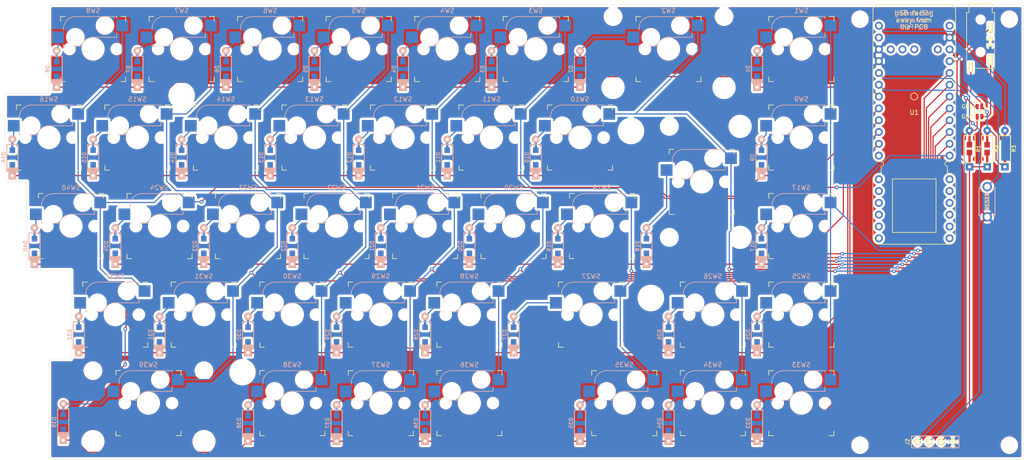
<source format=kicad_pcb>
(kicad_pcb (version 20171130) (host pcbnew "(5.1.7)-1")
  (layers (0 F.Cu signal) (31 B.Cu signal) (34 B.Paste user) (35 F.Paste user) (36 B.SilkS user) (37 F.SilkS user) (38 B.Mask user) (39 F.Mask user) (44 Edge.Cuts user))
  (net 0 "")
  (net 1 "Net-(D1-Pad2)")
  (net 2 ROW0)
  (net 3 "Net-(D2-Pad2)")
  (net 4 "Net-(D3-Pad2)")
  (net 5 "Net-(D4-Pad2)")
  (net 6 "Net-(D5-Pad2)")
  (net 7 "Net-(D6-Pad2)")
  (net 8 "Net-(D7-Pad2)")
  (net 9 "Net-(D8-Pad2)")
  (net 10 "Net-(D9-Pad2)")
  (net 11 ROW1)
  (net 12 "Net-(D10-Pad2)")
  (net 13 "Net-(D11-Pad2)")
  (net 14 "Net-(D12-Pad2)")
  (net 15 "Net-(D13-Pad2)")
  (net 16 "Net-(D14-Pad2)")
  (net 17 "Net-(D15-Pad2)")
  (net 18 "Net-(D16-Pad2)")
  (net 19 "Net-(D17-Pad2)")
  (net 20 ROW2)
  (net 21 "Net-(D18-Pad2)")
  (net 22 "Net-(D19-Pad2)")
  (net 23 "Net-(D20-Pad2)")
  (net 24 "Net-(D21-Pad2)")
  (net 25 "Net-(D22-Pad2)")
  (net 26 "Net-(D23-Pad2)")
  (net 27 "Net-(D24-Pad2)")
  (net 28 "Net-(D25-Pad2)")
  (net 29 ROW3)
  (net 30 "Net-(D26-Pad2)")
  (net 31 "Net-(D27-Pad2)")
  (net 32 "Net-(D28-Pad2)")
  (net 33 "Net-(D29-Pad2)")
  (net 34 "Net-(D30-Pad2)")
  (net 35 "Net-(D31-Pad2)")
  (net 36 "Net-(D32-Pad2)")
  (net 37 "Net-(D33-Pad2)")
  (net 38 ROW4)
  (net 39 "Net-(D34-Pad2)")
  (net 40 "Net-(D35-Pad2)")
  (net 41 "Net-(D36-Pad2)")
  (net 42 "Net-(D37-Pad2)")
  (net 43 "Net-(D38-Pad2)")
  (net 44 "Net-(D39-Pad2)")
  (net 45 "Net-(D40-Pad2)")
  (net 46 SDA)
  (net 47 SCL)
  (net 48 +3V3)
  (net 49 GND)
  (net 50 DATA)
  (net 51 "Net-(J1-PadT)")
  (net 52 "Net-(J1-PadS)")
  (net 53 COL0)
  (net 54 COL1)
  (net 55 COL2)
  (net 56 COL3)
  (net 57 COL4)
  (net 58 COL5)
  (net 59 COL6)
  (net 60 COL7)
  (net 61 RESET)
  (net 62 "Net-(U1-PadRST)")
  (net 63 "Net-(U1-PadA13)")
  (net 64 "Net-(U1-PadB12)")
  (net 65 "Net-(U1-PadA14)")
  (net 66 "Net-(U1-PadB10)")
  (net 67 "Net-(U1-PadB11)")
  (net 68 "Net-(U1-PadA3|5v)")
  (net 69 "Net-(U1-PadA4)")
  (net 70 "Net-(U1-PadA15)")
  (net 71 "Net-(U1-PadA6)")
  (net 72 "Net-(U1-PadA8)")
  (net 73 "Net-(U1-PadA7)")
  (net 74 "Net-(U1-PadA5)")
  (net 75 "Net-(U1-PadB0)")
  (net 76 "Net-(U1-PadCHRG)")
  (net 77 "Net-(U1-PadD-)")
  (net 78 "Net-(U1-PadD+)")
  (net 79 "Net-(U1-Pad5V)")
  (net 80 "Net-(U1-PadA10)")
  (module footprints:KailhSocket-2.25U (layer F.Cu) (at 52.36 116.144)
    (fp_text reference SW39 (at 0 -8.255) (layer B.SilkS) (effects (justify mirror)))
    (fp_text value SW_PUSH)
    (pad 2 smd rect (at -7.56 -2.54) (size 2.55 2.5) (layers B.Cu B.Paste B.Mask) (net 44 "Net-(D39-Pad2)"))
    (pad "" np_thru_hole circle (at -5.08 0) (size 1.7018 1.7018) (drill 1.7018) (layers *.Cu *.Mask))
    (pad "" np_thru_hole circle (at 5.08 0) (size 1.7018 1.7018) (drill 1.7018) (layers *.Cu *.Mask))
    (pad "" np_thru_hole circle (at 0 0) (size 3.9878 3.9878) (drill 3.9878) (layers *.Cu *.Mask))
    (pad "" np_thru_hole circle (at -3.81 -2.54) (size 3 3) (drill 3) (layers *.Cu *.Mask))
    (pad "" np_thru_hole circle (at 2.54 -5.08) (size 3 3) (drill 3) (layers *.Cu *.Mask))
    (pad 1 smd rect (at 6.29 -5.08) (size 2.55 2.5) (layers B.Cu B.Paste B.Mask) (net 59 COL6))
    (pad "" np_thru_hole circle (at 11.938 8.255) (size 3.9878 3.9878) (drill 3.9878) (layers *.Cu *.Mask))
    (pad "" np_thru_hole circle (at -11.938 8.255) (size 3.9878 3.9878) (drill 3.9878) (layers *.Cu *.Mask))
    (pad "" np_thru_hole circle (at 11.938 -6.985) (size 3.048 3.048) (drill 3.048) (layers *.Cu *.Mask))
    (pad "" np_thru_hole circle (at -11.938 -6.985) (size 3.048 3.048) (drill 3.048) (layers *.Cu *.Mask))
  )
  (module footprints:OLED_4Pin (layer F.Cu) (at 217.766 124.474)
    (fp_text reference J2 (at -2.138 0 90) (layer F.SilkS) (effects (font (size 0.8128 0.8128))))
    (fp_text value OLED hide)
    (pad 4 thru_hole circle (at 7.62 0) (size 1.397 1.397) (drill 0.8128) (layers *.Cu *.Mask F.SilkS) (net 49 GND))
    (pad 3 thru_hole circle (at 5.08 0) (size 1.397 1.397) (drill 0.8128) (layers *.Cu *.Mask F.SilkS) (net 48 +3V3))
    (pad 2 thru_hole circle (at 2.54 0) (size 1.397 1.397) (drill 0.8128) (layers *.Cu *.Mask F.SilkS) (net 47 SCL))
    (pad 1 thru_hole circle (at 0 0) (size 1.397 1.397) (drill 0.8128) (layers *.Cu *.Mask F.SilkS) (net 46 SDA))
  )
  (module footprints:HOLE_M2_TH (layer F.Cu) (at 156.128 57.596)
    (fp_text reference HOLE_3M hide)
    (fp_text value VAL** hide)
    (pad "" np_thru_hole circle (at 0 0 90) (size 4.7004 4.7004) (drill 4.7004) (layers *.Cu *.Mask F.SilkS) (clearance 0.3))
  )
  (module footprints:HOLE_M2_TH (layer F.Cu) (at 160.412 93.534)
    (fp_text reference HOLE_3M hide)
    (fp_text value VAL** hide)
    (pad "" np_thru_hole circle (at 0 0 90) (size 4.7004 4.7004) (drill 4.7004) (layers *.Cu *.Mask F.SilkS) (clearance 0.3))
  )
  (module footprints:HOLE_M2_TH (layer F.Cu) (at 72.59 109.48)
    (fp_text reference HOLE_3M hide)
    (fp_text value VAL** hide)
    (pad "" np_thru_hole circle (at 0 0 90) (size 4.7004 4.7004) (drill 4.7004) (layers *.Cu *.Mask F.SilkS) (clearance 0.3))
  )
  (module footprints:HOLE_M2_TH (layer F.Cu) (at 59.5 49.98)
    (fp_text reference HOLE_3M hide)
    (fp_text value VAL** hide)
    (pad "" np_thru_hole circle (at 0 0 90) (size 4.7004 4.7004) (drill 4.7004) (layers *.Cu *.Mask F.SilkS) (clearance 0.3))
  )
  (module footprints:HOLE_M2 (layer F.Cu) (at 205.394 125.188)
    (fp_text reference HOLE_M2 hide)
    (fp_text value VAL** hide)
    (pad "" np_thru_hole circle (at 0 0) (size 2.2 2.2) (drill 2.2) (layers *.Cu *.Mask F.SilkS) (clearance 0.8))
  )
  (module footprints:HOLE_M2 (layer F.Cu) (at 237.524 125.188)
    (fp_text reference HOLE_M2 hide)
    (fp_text value VAL** hide)
    (pad "" np_thru_hole circle (at 0 0) (size 2.2 2.2) (drill 2.2) (layers *.Cu *.Mask F.SilkS) (clearance 0.8))
  )
  (module footprints:HOLE_M2 (layer F.Cu) (at 237.524 33.558)
    (fp_text reference HOLE_M2 hide)
    (fp_text value VAL** hide)
    (pad "" np_thru_hole circle (at 0 0) (size 2.2 2.2) (drill 2.2) (layers *.Cu *.Mask F.SilkS) (clearance 0.8))
  )
  (module footprints:HOLE_M2 (layer F.Cu) (at 205.394 33.558)
    (fp_text reference HOLE_M2 hide)
    (fp_text value VAL** hide)
    (pad "" np_thru_hole circle (at 0 0) (size 2.2 2.2) (drill 2.2) (layers *.Cu *.Mask F.SilkS) (clearance 0.8))
  )
  (module footprints:TRRS_JACK_MJ4PP9 (layer F.Cu) (at 231.336 32.13)
    (fp_text reference J1 hide)
    (fp_text value Jack4 hide)
    (pad A thru_hole rect (at -2.1 11.8) (size 0.8 2.1) (drill oval 0.3 1.6) (layers *.Cu *.Mask F.SilkS) (clearance 0.15))
    (pad D thru_hole rect (at 2.1 10.3) (size 0.8 2.1) (drill oval 0.3 1.6) (layers *.Cu *.Mask F.SilkS) (clearance 0.15))
    (pad C thru_hole rect (at 2.1 6.3) (size 0.8 2.1) (drill oval 0.3 1.6) (layers *.Cu *.Mask F.SilkS) (net 49 GND) (clearance 0.15))
    (pad B thru_hole rect (at 2.1 3.3) (size 0.8 2.1) (drill oval 0.3 1.6) (layers *.Cu *.Mask F.SilkS) (clearance 0.15))
    (pad "" np_thru_hole circle (at 0 8.5) (size 1.2 1.2) (drill 1.2) (layers *.Cu *.Mask F.SilkS))
    (pad "" np_thru_hole circle (at 0 1.5) (size 1.2 1.2) (drill 1.2) (layers *.Cu *.Mask F.SilkS))
  )
  (module footprints:D_SOD123_axial (layer B.Cu) (at 183.26 44.268 90)
    (fp_text reference D1 (at 0 -1.925 90) (layer B.SilkS) (effects (font (size 0.8 0.8)) (justify mirror)))
    (fp_text value D hide)
    (pad 2 smd rect (at 2.7 0 90) (size 2.5 0.5) (layers B.Cu) (net 1 "Net-(D1-Pad2)"))
    (pad 1 smd rect (at -2.7 0 90) (size 2.5 0.5) (layers B.Cu) (net 2 ROW0))
    (pad 2 thru_hole circle (at 3.9 0 90) (size 1.6 1.6) (drill 0.7) (layers *.Cu *.Mask B.SilkS) (net 1 "Net-(D1-Pad2)"))
    (pad 1 thru_hole rect (at -3.9 0 90) (size 1.6 1.6) (drill 0.7) (layers *.Cu *.Mask B.SilkS) (net 2 ROW0))
    (pad 1 smd rect (at -1.575 0 90) (size 1.2 1.2) (layers B.Cu B.Paste B.Mask) (net 2 ROW0))
    (pad 2 smd rect (at 1.575 0 90) (size 1.2 1.2) (layers B.Cu B.Paste B.Mask) (net 1 "Net-(D1-Pad2)"))
  )
  (module footprints:D_SOD123_axial (layer B.Cu) (at 145.18 44.268 90)
    (fp_text reference D2 (at 0 -1.925 90) (layer B.SilkS) (effects (font (size 0.8 0.8)) (justify mirror)))
    (fp_text value D hide)
    (pad 2 smd rect (at 2.7 0 90) (size 2.5 0.5) (layers B.Cu) (net 3 "Net-(D2-Pad2)"))
    (pad 1 smd rect (at -2.7 0 90) (size 2.5 0.5) (layers B.Cu) (net 2 ROW0))
    (pad 2 thru_hole circle (at 3.9 0 90) (size 1.6 1.6) (drill 0.7) (layers *.Cu *.Mask B.SilkS) (net 3 "Net-(D2-Pad2)"))
    (pad 1 thru_hole rect (at -3.9 0 90) (size 1.6 1.6) (drill 0.7) (layers *.Cu *.Mask B.SilkS) (net 2 ROW0))
    (pad 1 smd rect (at -1.575 0 90) (size 1.2 1.2) (layers B.Cu B.Paste B.Mask) (net 2 ROW0))
    (pad 2 smd rect (at 1.575 0 90) (size 1.2 1.2) (layers B.Cu B.Paste B.Mask) (net 3 "Net-(D2-Pad2)"))
  )
  (module footprints:D_SOD123_axial (layer B.Cu) (at 126.14 44.268 90)
    (fp_text reference D3 (at 0 -1.925 90) (layer B.SilkS) (effects (font (size 0.8 0.8)) (justify mirror)))
    (fp_text value D hide)
    (pad 2 smd rect (at 2.7 0 90) (size 2.5 0.5) (layers B.Cu) (net 4 "Net-(D3-Pad2)"))
    (pad 1 smd rect (at -2.7 0 90) (size 2.5 0.5) (layers B.Cu) (net 2 ROW0))
    (pad 2 thru_hole circle (at 3.9 0 90) (size 1.6 1.6) (drill 0.7) (layers *.Cu *.Mask B.SilkS) (net 4 "Net-(D3-Pad2)"))
    (pad 1 thru_hole rect (at -3.9 0 90) (size 1.6 1.6) (drill 0.7) (layers *.Cu *.Mask B.SilkS) (net 2 ROW0))
    (pad 1 smd rect (at -1.575 0 90) (size 1.2 1.2) (layers B.Cu B.Paste B.Mask) (net 2 ROW0))
    (pad 2 smd rect (at 1.575 0 90) (size 1.2 1.2) (layers B.Cu B.Paste B.Mask) (net 4 "Net-(D3-Pad2)"))
  )
  (module footprints:D_SOD123_axial (layer B.Cu) (at 107.1 44.268 90)
    (fp_text reference D4 (at 0 -1.925 90) (layer B.SilkS) (effects (font (size 0.8 0.8)) (justify mirror)))
    (fp_text value D hide)
    (pad 2 smd rect (at 2.7 0 90) (size 2.5 0.5) (layers B.Cu) (net 5 "Net-(D4-Pad2)"))
    (pad 1 smd rect (at -2.7 0 90) (size 2.5 0.5) (layers B.Cu) (net 2 ROW0))
    (pad 2 thru_hole circle (at 3.9 0 90) (size 1.6 1.6) (drill 0.7) (layers *.Cu *.Mask B.SilkS) (net 5 "Net-(D4-Pad2)"))
    (pad 1 thru_hole rect (at -3.9 0 90) (size 1.6 1.6) (drill 0.7) (layers *.Cu *.Mask B.SilkS) (net 2 ROW0))
    (pad 1 smd rect (at -1.575 0 90) (size 1.2 1.2) (layers B.Cu B.Paste B.Mask) (net 2 ROW0))
    (pad 2 smd rect (at 1.575 0 90) (size 1.2 1.2) (layers B.Cu B.Paste B.Mask) (net 5 "Net-(D4-Pad2)"))
  )
  (module footprints:D_SOD123_axial (layer B.Cu) (at 88.06 44.268 90)
    (fp_text reference D5 (at 0 -1.925 270) (layer B.SilkS) (effects (font (size 0.8 0.8)) (justify mirror)))
    (fp_text value D hide)
    (pad 2 smd rect (at 2.7 0 90) (size 2.5 0.5) (layers B.Cu) (net 6 "Net-(D5-Pad2)"))
    (pad 1 smd rect (at -2.7 0 90) (size 2.5 0.5) (layers B.Cu) (net 2 ROW0))
    (pad 2 thru_hole circle (at 3.9 0 90) (size 1.6 1.6) (drill 0.7) (layers *.Cu *.Mask B.SilkS) (net 6 "Net-(D5-Pad2)"))
    (pad 1 thru_hole rect (at -3.9 0 90) (size 1.6 1.6) (drill 0.7) (layers *.Cu *.Mask B.SilkS) (net 2 ROW0))
    (pad 1 smd rect (at -1.575 0 90) (size 1.2 1.2) (layers B.Cu B.Paste B.Mask) (net 2 ROW0))
    (pad 2 smd rect (at 1.575 0 90) (size 1.2 1.2) (layers B.Cu B.Paste B.Mask) (net 6 "Net-(D5-Pad2)"))
  )
  (module footprints:D_SOD123_axial (layer B.Cu) (at 69.02 44.268 90)
    (fp_text reference D6 (at 0 -1.925 90) (layer B.SilkS) (effects (font (size 0.8 0.8)) (justify mirror)))
    (fp_text value D hide)
    (pad 2 smd rect (at 2.7 0 90) (size 2.5 0.5) (layers B.Cu) (net 7 "Net-(D6-Pad2)"))
    (pad 1 smd rect (at -2.7 0 90) (size 2.5 0.5) (layers B.Cu) (net 2 ROW0))
    (pad 2 thru_hole circle (at 3.9 0 90) (size 1.6 1.6) (drill 0.7) (layers *.Cu *.Mask B.SilkS) (net 7 "Net-(D6-Pad2)"))
    (pad 1 thru_hole rect (at -3.9 0 90) (size 1.6 1.6) (drill 0.7) (layers *.Cu *.Mask B.SilkS) (net 2 ROW0))
    (pad 1 smd rect (at -1.575 0 90) (size 1.2 1.2) (layers B.Cu B.Paste B.Mask) (net 2 ROW0))
    (pad 2 smd rect (at 1.575 0 90) (size 1.2 1.2) (layers B.Cu B.Paste B.Mask) (net 7 "Net-(D6-Pad2)"))
  )
  (module footprints:D_SOD123_axial (layer B.Cu) (at 49.98 44.268 90)
    (fp_text reference D7 (at 0 -1.925 90) (layer B.SilkS) (effects (font (size 0.8 0.8)) (justify mirror)))
    (fp_text value D hide)
    (pad 2 smd rect (at 2.7 0 90) (size 2.5 0.5) (layers B.Cu) (net 8 "Net-(D7-Pad2)"))
    (pad 1 smd rect (at -2.7 0 90) (size 2.5 0.5) (layers B.Cu) (net 2 ROW0))
    (pad 2 thru_hole circle (at 3.9 0 90) (size 1.6 1.6) (drill 0.7) (layers *.Cu *.Mask B.SilkS) (net 8 "Net-(D7-Pad2)"))
    (pad 1 thru_hole rect (at -3.9 0 90) (size 1.6 1.6) (drill 0.7) (layers *.Cu *.Mask B.SilkS) (net 2 ROW0))
    (pad 1 smd rect (at -1.575 0 90) (size 1.2 1.2) (layers B.Cu B.Paste B.Mask) (net 2 ROW0))
    (pad 2 smd rect (at 1.575 0 90) (size 1.2 1.2) (layers B.Cu B.Paste B.Mask) (net 8 "Net-(D7-Pad2)"))
  )
  (module footprints:D_SOD123_axial (layer B.Cu) (at 32.606 44.268 90)
    (fp_text reference D8 (at 0 -1.925 90) (layer B.SilkS) (effects (font (size 0.8 0.8)) (justify mirror)))
    (fp_text value D hide)
    (pad 2 smd rect (at 2.7 0 90) (size 2.5 0.5) (layers B.Cu) (net 9 "Net-(D8-Pad2)"))
    (pad 1 smd rect (at -2.7 0 90) (size 2.5 0.5) (layers B.Cu) (net 2 ROW0))
    (pad 2 thru_hole circle (at 3.9 0 90) (size 1.6 1.6) (drill 0.7) (layers *.Cu *.Mask B.SilkS) (net 9 "Net-(D8-Pad2)"))
    (pad 1 thru_hole rect (at -3.9 0 90) (size 1.6 1.6) (drill 0.7) (layers *.Cu *.Mask B.SilkS) (net 2 ROW0))
    (pad 1 smd rect (at -1.575 0 90) (size 1.2 1.2) (layers B.Cu B.Paste B.Mask) (net 2 ROW0))
    (pad 2 smd rect (at 1.575 0 90) (size 1.2 1.2) (layers B.Cu B.Paste B.Mask) (net 9 "Net-(D8-Pad2)"))
  )
  (module footprints:D_SOD123_axial (layer B.Cu) (at 184.212 63.308 90)
    (fp_text reference D9 (at 0 -1.925 90) (layer B.SilkS) (effects (font (size 0.8 0.8)) (justify mirror)))
    (fp_text value D hide)
    (pad 2 smd rect (at 2.7 0 90) (size 2.5 0.5) (layers B.Cu) (net 10 "Net-(D9-Pad2)"))
    (pad 1 smd rect (at -2.7 0 90) (size 2.5 0.5) (layers B.Cu) (net 11 ROW1))
    (pad 2 thru_hole circle (at 3.9 0 90) (size 1.6 1.6) (drill 0.7) (layers *.Cu *.Mask B.SilkS) (net 10 "Net-(D9-Pad2)"))
    (pad 1 thru_hole rect (at -3.9 0 90) (size 1.6 1.6) (drill 0.7) (layers *.Cu *.Mask B.SilkS) (net 11 ROW1))
    (pad 1 smd rect (at -1.575 0 90) (size 1.2 1.2) (layers B.Cu B.Paste B.Mask) (net 11 ROW1))
    (pad 2 smd rect (at 1.575 0 90) (size 1.2 1.2) (layers B.Cu B.Paste B.Mask) (net 10 "Net-(D9-Pad2)"))
  )
  (module footprints:D_SOD123_axial (layer B.Cu) (at 135.66 63.308 90)
    (fp_text reference D10 (at 0 -1.925 90) (layer B.SilkS) (effects (font (size 0.8 0.8)) (justify mirror)))
    (fp_text value D hide)
    (pad 2 smd rect (at 2.7 0 90) (size 2.5 0.5) (layers B.Cu) (net 12 "Net-(D10-Pad2)"))
    (pad 1 smd rect (at -2.7 0 90) (size 2.5 0.5) (layers B.Cu) (net 11 ROW1))
    (pad 2 thru_hole circle (at 3.9 0 90) (size 1.6 1.6) (drill 0.7) (layers *.Cu *.Mask B.SilkS) (net 12 "Net-(D10-Pad2)"))
    (pad 1 thru_hole rect (at -3.9 0 90) (size 1.6 1.6) (drill 0.7) (layers *.Cu *.Mask B.SilkS) (net 11 ROW1))
    (pad 1 smd rect (at -1.575 0 90) (size 1.2 1.2) (layers B.Cu B.Paste B.Mask) (net 11 ROW1))
    (pad 2 smd rect (at 1.575 0 90) (size 1.2 1.2) (layers B.Cu B.Paste B.Mask) (net 12 "Net-(D10-Pad2)"))
  )
  (module footprints:D_SOD123_axial (layer B.Cu) (at 116.62 63.308 90)
    (fp_text reference D11 (at 0 -1.925 90) (layer B.SilkS) (effects (font (size 0.8 0.8)) (justify mirror)))
    (fp_text value D hide)
    (pad 2 smd rect (at 2.7 0 90) (size 2.5 0.5) (layers B.Cu) (net 13 "Net-(D11-Pad2)"))
    (pad 1 smd rect (at -2.7 0 90) (size 2.5 0.5) (layers B.Cu) (net 11 ROW1))
    (pad 2 thru_hole circle (at 3.9 0 90) (size 1.6 1.6) (drill 0.7) (layers *.Cu *.Mask B.SilkS) (net 13 "Net-(D11-Pad2)"))
    (pad 1 thru_hole rect (at -3.9 0 90) (size 1.6 1.6) (drill 0.7) (layers *.Cu *.Mask B.SilkS) (net 11 ROW1))
    (pad 1 smd rect (at -1.575 0 90) (size 1.2 1.2) (layers B.Cu B.Paste B.Mask) (net 11 ROW1))
    (pad 2 smd rect (at 1.575 0 90) (size 1.2 1.2) (layers B.Cu B.Paste B.Mask) (net 13 "Net-(D11-Pad2)"))
  )
  (module footprints:D_SOD123_axial (layer B.Cu) (at 97.58 63.308 90)
    (fp_text reference D12 (at 0 -1.925 90) (layer B.SilkS) (effects (font (size 0.8 0.8)) (justify mirror)))
    (fp_text value D hide)
    (pad 2 smd rect (at 2.7 0 90) (size 2.5 0.5) (layers B.Cu) (net 14 "Net-(D12-Pad2)"))
    (pad 1 smd rect (at -2.7 0 90) (size 2.5 0.5) (layers B.Cu) (net 11 ROW1))
    (pad 2 thru_hole circle (at 3.9 0 90) (size 1.6 1.6) (drill 0.7) (layers *.Cu *.Mask B.SilkS) (net 14 "Net-(D12-Pad2)"))
    (pad 1 thru_hole rect (at -3.9 0 90) (size 1.6 1.6) (drill 0.7) (layers *.Cu *.Mask B.SilkS) (net 11 ROW1))
    (pad 1 smd rect (at -1.575 0 90) (size 1.2 1.2) (layers B.Cu B.Paste B.Mask) (net 11 ROW1))
    (pad 2 smd rect (at 1.575 0 90) (size 1.2 1.2) (layers B.Cu B.Paste B.Mask) (net 14 "Net-(D12-Pad2)"))
  )
  (module footprints:D_SOD123_axial (layer B.Cu) (at 78.54 63.308 90)
    (fp_text reference D13 (at 0 -1.925 90) (layer B.SilkS) (effects (font (size 0.8 0.8)) (justify mirror)))
    (fp_text value D hide)
    (pad 2 smd rect (at 2.7 0 90) (size 2.5 0.5) (layers B.Cu) (net 15 "Net-(D13-Pad2)"))
    (pad 1 smd rect (at -2.7 0 90) (size 2.5 0.5) (layers B.Cu) (net 11 ROW1))
    (pad 2 thru_hole circle (at 3.9 0 90) (size 1.6 1.6) (drill 0.7) (layers *.Cu *.Mask B.SilkS) (net 15 "Net-(D13-Pad2)"))
    (pad 1 thru_hole rect (at -3.9 0 90) (size 1.6 1.6) (drill 0.7) (layers *.Cu *.Mask B.SilkS) (net 11 ROW1))
    (pad 1 smd rect (at -1.575 0 90) (size 1.2 1.2) (layers B.Cu B.Paste B.Mask) (net 11 ROW1))
    (pad 2 smd rect (at 1.575 0 90) (size 1.2 1.2) (layers B.Cu B.Paste B.Mask) (net 15 "Net-(D13-Pad2)"))
  )
  (module footprints:D_SOD123_axial (layer B.Cu) (at 59.5 63.308 90)
    (fp_text reference D14 (at 0 -1.925 90) (layer B.SilkS) (effects (font (size 0.8 0.8)) (justify mirror)))
    (fp_text value D hide)
    (pad 2 smd rect (at 2.7 0 90) (size 2.5 0.5) (layers B.Cu) (net 16 "Net-(D14-Pad2)"))
    (pad 1 smd rect (at -2.7 0 90) (size 2.5 0.5) (layers B.Cu) (net 11 ROW1))
    (pad 2 thru_hole circle (at 3.9 0 90) (size 1.6 1.6) (drill 0.7) (layers *.Cu *.Mask B.SilkS) (net 16 "Net-(D14-Pad2)"))
    (pad 1 thru_hole rect (at -3.9 0 90) (size 1.6 1.6) (drill 0.7) (layers *.Cu *.Mask B.SilkS) (net 11 ROW1))
    (pad 1 smd rect (at -1.575 0 90) (size 1.2 1.2) (layers B.Cu B.Paste B.Mask) (net 11 ROW1))
    (pad 2 smd rect (at 1.575 0 90) (size 1.2 1.2) (layers B.Cu B.Paste B.Mask) (net 16 "Net-(D14-Pad2)"))
  )
  (module footprints:D_SOD123_axial (layer B.Cu) (at 40.46 63.308 90)
    (fp_text reference D15 (at 0 -1.925 90) (layer B.SilkS) (effects (font (size 0.8 0.8)) (justify mirror)))
    (fp_text value D hide)
    (pad 2 smd rect (at 2.7 0 90) (size 2.5 0.5) (layers B.Cu) (net 17 "Net-(D15-Pad2)"))
    (pad 1 smd rect (at -2.7 0 90) (size 2.5 0.5) (layers B.Cu) (net 11 ROW1))
    (pad 2 thru_hole circle (at 3.9 0 90) (size 1.6 1.6) (drill 0.7) (layers *.Cu *.Mask B.SilkS) (net 17 "Net-(D15-Pad2)"))
    (pad 1 thru_hole rect (at -3.9 0 90) (size 1.6 1.6) (drill 0.7) (layers *.Cu *.Mask B.SilkS) (net 11 ROW1))
    (pad 1 smd rect (at -1.575 0 90) (size 1.2 1.2) (layers B.Cu B.Paste B.Mask) (net 11 ROW1))
    (pad 2 smd rect (at 1.575 0 90) (size 1.2 1.2) (layers B.Cu B.Paste B.Mask) (net 17 "Net-(D15-Pad2)"))
  )
  (module footprints:D_SOD123_axial (layer B.Cu) (at 23.086 63.308 90)
    (fp_text reference D16 (at 0 -1.925 90) (layer B.SilkS) (effects (font (size 0.8 0.8)) (justify mirror)))
    (fp_text value D hide)
    (pad 2 smd rect (at 2.7 0 90) (size 2.5 0.5) (layers B.Cu) (net 18 "Net-(D16-Pad2)"))
    (pad 1 smd rect (at -2.7 0 90) (size 2.5 0.5) (layers B.Cu) (net 11 ROW1))
    (pad 2 thru_hole circle (at 3.9 0 90) (size 1.6 1.6) (drill 0.7) (layers *.Cu *.Mask B.SilkS) (net 18 "Net-(D16-Pad2)"))
    (pad 1 thru_hole rect (at -3.9 0 90) (size 1.6 1.6) (drill 0.7) (layers *.Cu *.Mask B.SilkS) (net 11 ROW1))
    (pad 1 smd rect (at -1.575 0 90) (size 1.2 1.2) (layers B.Cu B.Paste B.Mask) (net 11 ROW1))
    (pad 2 smd rect (at 1.575 0 90) (size 1.2 1.2) (layers B.Cu B.Paste B.Mask) (net 18 "Net-(D16-Pad2)"))
  )
  (module footprints:D_SOD123_axial (layer B.Cu) (at 184.212 82.348 90)
    (fp_text reference D17 (at 0 -1.925 90) (layer B.SilkS) (effects (font (size 0.8 0.8)) (justify mirror)))
    (fp_text value D hide)
    (pad 2 smd rect (at 2.7 0 90) (size 2.5 0.5) (layers B.Cu) (net 19 "Net-(D17-Pad2)"))
    (pad 1 smd rect (at -2.7 0 90) (size 2.5 0.5) (layers B.Cu) (net 20 ROW2))
    (pad 2 thru_hole circle (at 3.9 0 90) (size 1.6 1.6) (drill 0.7) (layers *.Cu *.Mask B.SilkS) (net 19 "Net-(D17-Pad2)"))
    (pad 1 thru_hole rect (at -3.9 0 90) (size 1.6 1.6) (drill 0.7) (layers *.Cu *.Mask B.SilkS) (net 20 ROW2))
    (pad 1 smd rect (at -1.575 0 90) (size 1.2 1.2) (layers B.Cu B.Paste B.Mask) (net 20 ROW2))
    (pad 2 smd rect (at 1.575 0 90) (size 1.2 1.2) (layers B.Cu B.Paste B.Mask) (net 19 "Net-(D17-Pad2)"))
  )
  (module footprints:D_SOD123_axial (layer B.Cu) (at 159.46 82.348 90)
    (fp_text reference D18 (at 0 -1.925 90) (layer B.SilkS) (effects (font (size 0.8 0.8)) (justify mirror)))
    (fp_text value D hide)
    (pad 2 smd rect (at 2.7 0 90) (size 2.5 0.5) (layers B.Cu) (net 21 "Net-(D18-Pad2)"))
    (pad 1 smd rect (at -2.7 0 90) (size 2.5 0.5) (layers B.Cu) (net 20 ROW2))
    (pad 2 thru_hole circle (at 3.9 0 90) (size 1.6 1.6) (drill 0.7) (layers *.Cu *.Mask B.SilkS) (net 21 "Net-(D18-Pad2)"))
    (pad 1 thru_hole rect (at -3.9 0 90) (size 1.6 1.6) (drill 0.7) (layers *.Cu *.Mask B.SilkS) (net 20 ROW2))
    (pad 1 smd rect (at -1.575 0 90) (size 1.2 1.2) (layers B.Cu B.Paste B.Mask) (net 20 ROW2))
    (pad 2 smd rect (at 1.575 0 90) (size 1.2 1.2) (layers B.Cu B.Paste B.Mask) (net 21 "Net-(D18-Pad2)"))
  )
  (module footprints:D_SOD123_axial (layer B.Cu) (at 140.42 82.348 90)
    (fp_text reference D19 (at 0 -1.925 90) (layer B.SilkS) (effects (font (size 0.8 0.8)) (justify mirror)))
    (fp_text value D hide)
    (pad 2 smd rect (at 2.7 0 90) (size 2.5 0.5) (layers B.Cu) (net 22 "Net-(D19-Pad2)"))
    (pad 1 smd rect (at -2.7 0 90) (size 2.5 0.5) (layers B.Cu) (net 20 ROW2))
    (pad 2 thru_hole circle (at 3.9 0 90) (size 1.6 1.6) (drill 0.7) (layers *.Cu *.Mask B.SilkS) (net 22 "Net-(D19-Pad2)"))
    (pad 1 thru_hole rect (at -3.9 0 90) (size 1.6 1.6) (drill 0.7) (layers *.Cu *.Mask B.SilkS) (net 20 ROW2))
    (pad 1 smd rect (at -1.575 0 90) (size 1.2 1.2) (layers B.Cu B.Paste B.Mask) (net 20 ROW2))
    (pad 2 smd rect (at 1.575 0 90) (size 1.2 1.2) (layers B.Cu B.Paste B.Mask) (net 22 "Net-(D19-Pad2)"))
  )
  (module footprints:D_SOD123_axial (layer B.Cu) (at 121.38 82.348 90)
    (fp_text reference D20 (at 0 -1.925 90) (layer B.SilkS) (effects (font (size 0.8 0.8)) (justify mirror)))
    (fp_text value D hide)
    (pad 2 smd rect (at 2.7 0 90) (size 2.5 0.5) (layers B.Cu) (net 23 "Net-(D20-Pad2)"))
    (pad 1 smd rect (at -2.7 0 90) (size 2.5 0.5) (layers B.Cu) (net 20 ROW2))
    (pad 2 thru_hole circle (at 3.9 0 90) (size 1.6 1.6) (drill 0.7) (layers *.Cu *.Mask B.SilkS) (net 23 "Net-(D20-Pad2)"))
    (pad 1 thru_hole rect (at -3.9 0 90) (size 1.6 1.6) (drill 0.7) (layers *.Cu *.Mask B.SilkS) (net 20 ROW2))
    (pad 1 smd rect (at -1.575 0 90) (size 1.2 1.2) (layers B.Cu B.Paste B.Mask) (net 20 ROW2))
    (pad 2 smd rect (at 1.575 0 90) (size 1.2 1.2) (layers B.Cu B.Paste B.Mask) (net 23 "Net-(D20-Pad2)"))
  )
  (module footprints:D_SOD123_axial (layer B.Cu) (at 102.34 82.348 90)
    (fp_text reference D21 (at 0 -1.925 90) (layer B.SilkS) (effects (font (size 0.8 0.8)) (justify mirror)))
    (fp_text value D hide)
    (pad 2 smd rect (at 2.7 0 90) (size 2.5 0.5) (layers B.Cu) (net 24 "Net-(D21-Pad2)"))
    (pad 1 smd rect (at -2.7 0 90) (size 2.5 0.5) (layers B.Cu) (net 20 ROW2))
    (pad 2 thru_hole circle (at 3.9 0 90) (size 1.6 1.6) (drill 0.7) (layers *.Cu *.Mask B.SilkS) (net 24 "Net-(D21-Pad2)"))
    (pad 1 thru_hole rect (at -3.9 0 90) (size 1.6 1.6) (drill 0.7) (layers *.Cu *.Mask B.SilkS) (net 20 ROW2))
    (pad 1 smd rect (at -1.575 0 90) (size 1.2 1.2) (layers B.Cu B.Paste B.Mask) (net 20 ROW2))
    (pad 2 smd rect (at 1.575 0 90) (size 1.2 1.2) (layers B.Cu B.Paste B.Mask) (net 24 "Net-(D21-Pad2)"))
  )
  (module footprints:D_SOD123_axial (layer B.Cu) (at 83.3 82.348 90)
    (fp_text reference D22 (at 0 -1.925 90) (layer B.SilkS) (effects (font (size 0.8 0.8)) (justify mirror)))
    (fp_text value D hide)
    (pad 2 smd rect (at 2.7 0 90) (size 2.5 0.5) (layers B.Cu) (net 25 "Net-(D22-Pad2)"))
    (pad 1 smd rect (at -2.7 0 90) (size 2.5 0.5) (layers B.Cu) (net 20 ROW2))
    (pad 2 thru_hole circle (at 3.9 0 90) (size 1.6 1.6) (drill 0.7) (layers *.Cu *.Mask B.SilkS) (net 25 "Net-(D22-Pad2)"))
    (pad 1 thru_hole rect (at -3.9 0 90) (size 1.6 1.6) (drill 0.7) (layers *.Cu *.Mask B.SilkS) (net 20 ROW2))
    (pad 1 smd rect (at -1.575 0 90) (size 1.2 1.2) (layers B.Cu B.Paste B.Mask) (net 20 ROW2))
    (pad 2 smd rect (at 1.575 0 90) (size 1.2 1.2) (layers B.Cu B.Paste B.Mask) (net 25 "Net-(D22-Pad2)"))
  )
  (module footprints:D_SOD123_axial (layer B.Cu) (at 64.26 82.348 90)
    (fp_text reference D23 (at 0 -1.925 90) (layer B.SilkS) (effects (font (size 0.8 0.8)) (justify mirror)))
    (fp_text value D hide)
    (pad 2 smd rect (at 2.7 0 90) (size 2.5 0.5) (layers B.Cu) (net 26 "Net-(D23-Pad2)"))
    (pad 1 smd rect (at -2.7 0 90) (size 2.5 0.5) (layers B.Cu) (net 20 ROW2))
    (pad 2 thru_hole circle (at 3.9 0 90) (size 1.6 1.6) (drill 0.7) (layers *.Cu *.Mask B.SilkS) (net 26 "Net-(D23-Pad2)"))
    (pad 1 thru_hole rect (at -3.9 0 90) (size 1.6 1.6) (drill 0.7) (layers *.Cu *.Mask B.SilkS) (net 20 ROW2))
    (pad 1 smd rect (at -1.575 0 90) (size 1.2 1.2) (layers B.Cu B.Paste B.Mask) (net 20 ROW2))
    (pad 2 smd rect (at 1.575 0 90) (size 1.2 1.2) (layers B.Cu B.Paste B.Mask) (net 26 "Net-(D23-Pad2)"))
  )
  (module footprints:D_SOD123_axial (layer B.Cu) (at 45.22 82.348 90)
    (fp_text reference D24 (at 0 -1.925 90) (layer B.SilkS) (effects (font (size 0.8 0.8)) (justify mirror)))
    (fp_text value D hide)
    (pad 2 smd rect (at 2.7 0 90) (size 2.5 0.5) (layers B.Cu) (net 27 "Net-(D24-Pad2)"))
    (pad 1 smd rect (at -2.7 0 90) (size 2.5 0.5) (layers B.Cu) (net 20 ROW2))
    (pad 2 thru_hole circle (at 3.9 0 90) (size 1.6 1.6) (drill 0.7) (layers *.Cu *.Mask B.SilkS) (net 27 "Net-(D24-Pad2)"))
    (pad 1 thru_hole rect (at -3.9 0 90) (size 1.6 1.6) (drill 0.7) (layers *.Cu *.Mask B.SilkS) (net 20 ROW2))
    (pad 1 smd rect (at -1.575 0 90) (size 1.2 1.2) (layers B.Cu B.Paste B.Mask) (net 20 ROW2))
    (pad 2 smd rect (at 1.575 0 90) (size 1.2 1.2) (layers B.Cu B.Paste B.Mask) (net 27 "Net-(D24-Pad2)"))
  )
  (module footprints:D_SOD123_axial (layer B.Cu) (at 183.26 101.388 90)
    (fp_text reference D25 (at 0 -1.925 90) (layer B.SilkS) (effects (font (size 0.8 0.8)) (justify mirror)))
    (fp_text value D hide)
    (pad 2 smd rect (at 2.7 0 90) (size 2.5 0.5) (layers B.Cu) (net 28 "Net-(D25-Pad2)"))
    (pad 1 smd rect (at -2.7 0 90) (size 2.5 0.5) (layers B.Cu) (net 29 ROW3))
    (pad 2 thru_hole circle (at 3.9 0 90) (size 1.6 1.6) (drill 0.7) (layers *.Cu *.Mask B.SilkS) (net 28 "Net-(D25-Pad2)"))
    (pad 1 thru_hole rect (at -3.9 0 90) (size 1.6 1.6) (drill 0.7) (layers *.Cu *.Mask B.SilkS) (net 29 ROW3))
    (pad 1 smd rect (at -1.575 0 90) (size 1.2 1.2) (layers B.Cu B.Paste B.Mask) (net 29 ROW3))
    (pad 2 smd rect (at 1.575 0 90) (size 1.2 1.2) (layers B.Cu B.Paste B.Mask) (net 28 "Net-(D25-Pad2)"))
  )
  (module footprints:D_SOD123_axial (layer B.Cu) (at 164.22 101.388 90)
    (fp_text reference D26 (at 0 -1.925 90) (layer B.SilkS) (effects (font (size 0.8 0.8)) (justify mirror)))
    (fp_text value D hide)
    (pad 2 smd rect (at 2.7 0 90) (size 2.5 0.5) (layers B.Cu) (net 30 "Net-(D26-Pad2)"))
    (pad 1 smd rect (at -2.7 0 90) (size 2.5 0.5) (layers B.Cu) (net 29 ROW3))
    (pad 2 thru_hole circle (at 3.9 0 90) (size 1.6 1.6) (drill 0.7) (layers *.Cu *.Mask B.SilkS) (net 30 "Net-(D26-Pad2)"))
    (pad 1 thru_hole rect (at -3.9 0 90) (size 1.6 1.6) (drill 0.7) (layers *.Cu *.Mask B.SilkS) (net 29 ROW3))
    (pad 1 smd rect (at -1.575 0 90) (size 1.2 1.2) (layers B.Cu B.Paste B.Mask) (net 29 ROW3))
    (pad 2 smd rect (at 1.575 0 90) (size 1.2 1.2) (layers B.Cu B.Paste B.Mask) (net 30 "Net-(D26-Pad2)"))
  )
  (module footprints:D_SOD123_axial (layer B.Cu) (at 130.9 101.388 90)
    (fp_text reference D27 (at 0 -1.925 90) (layer B.SilkS) (effects (font (size 0.8 0.8)) (justify mirror)))
    (fp_text value D hide)
    (pad 2 smd rect (at 2.7 0 90) (size 2.5 0.5) (layers B.Cu) (net 31 "Net-(D27-Pad2)"))
    (pad 1 smd rect (at -2.7 0 90) (size 2.5 0.5) (layers B.Cu) (net 29 ROW3))
    (pad 2 thru_hole circle (at 3.9 0 90) (size 1.6 1.6) (drill 0.7) (layers *.Cu *.Mask B.SilkS) (net 31 "Net-(D27-Pad2)"))
    (pad 1 thru_hole rect (at -3.9 0 90) (size 1.6 1.6) (drill 0.7) (layers *.Cu *.Mask B.SilkS) (net 29 ROW3))
    (pad 1 smd rect (at -1.575 0 90) (size 1.2 1.2) (layers B.Cu B.Paste B.Mask) (net 29 ROW3))
    (pad 2 smd rect (at 1.575 0 90) (size 1.2 1.2) (layers B.Cu B.Paste B.Mask) (net 31 "Net-(D27-Pad2)"))
  )
  (module footprints:D_SOD123_axial (layer B.Cu) (at 111.86 101.388 90)
    (fp_text reference D28 (at 0 -1.925 90) (layer B.SilkS) (effects (font (size 0.8 0.8)) (justify mirror)))
    (fp_text value D hide)
    (pad 2 smd rect (at 2.7 0 90) (size 2.5 0.5) (layers B.Cu) (net 32 "Net-(D28-Pad2)"))
    (pad 1 smd rect (at -2.7 0 90) (size 2.5 0.5) (layers B.Cu) (net 29 ROW3))
    (pad 2 thru_hole circle (at 3.9 0 90) (size 1.6 1.6) (drill 0.7) (layers *.Cu *.Mask B.SilkS) (net 32 "Net-(D28-Pad2)"))
    (pad 1 thru_hole rect (at -3.9 0 90) (size 1.6 1.6) (drill 0.7) (layers *.Cu *.Mask B.SilkS) (net 29 ROW3))
    (pad 1 smd rect (at -1.575 0 90) (size 1.2 1.2) (layers B.Cu B.Paste B.Mask) (net 29 ROW3))
    (pad 2 smd rect (at 1.575 0 90) (size 1.2 1.2) (layers B.Cu B.Paste B.Mask) (net 32 "Net-(D28-Pad2)"))
  )
  (module footprints:D_SOD123_axial (layer B.Cu) (at 92.82 101.388 90)
    (fp_text reference D29 (at 0 -1.925 90) (layer B.SilkS) (effects (font (size 0.8 0.8)) (justify mirror)))
    (fp_text value D hide)
    (pad 2 smd rect (at 2.7 0 90) (size 2.5 0.5) (layers B.Cu) (net 33 "Net-(D29-Pad2)"))
    (pad 1 smd rect (at -2.7 0 90) (size 2.5 0.5) (layers B.Cu) (net 29 ROW3))
    (pad 2 thru_hole circle (at 3.9 0 90) (size 1.6 1.6) (drill 0.7) (layers *.Cu *.Mask B.SilkS) (net 33 "Net-(D29-Pad2)"))
    (pad 1 thru_hole rect (at -3.9 0 90) (size 1.6 1.6) (drill 0.7) (layers *.Cu *.Mask B.SilkS) (net 29 ROW3))
    (pad 1 smd rect (at -1.575 0 90) (size 1.2 1.2) (layers B.Cu B.Paste B.Mask) (net 29 ROW3))
    (pad 2 smd rect (at 1.575 0 90) (size 1.2 1.2) (layers B.Cu B.Paste B.Mask) (net 33 "Net-(D29-Pad2)"))
  )
  (module footprints:D_SOD123_axial (layer B.Cu) (at 73.78 101.388 90)
    (fp_text reference D30 (at 0 -1.925 90) (layer B.SilkS) (effects (font (size 0.8 0.8)) (justify mirror)))
    (fp_text value D hide)
    (pad 2 smd rect (at 2.7 0 90) (size 2.5 0.5) (layers B.Cu) (net 34 "Net-(D30-Pad2)"))
    (pad 1 smd rect (at -2.7 0 90) (size 2.5 0.5) (layers B.Cu) (net 29 ROW3))
    (pad 2 thru_hole circle (at 3.9 0 90) (size 1.6 1.6) (drill 0.7) (layers *.Cu *.Mask B.SilkS) (net 34 "Net-(D30-Pad2)"))
    (pad 1 thru_hole rect (at -3.9 0 90) (size 1.6 1.6) (drill 0.7) (layers *.Cu *.Mask B.SilkS) (net 29 ROW3))
    (pad 1 smd rect (at -1.575 0 90) (size 1.2 1.2) (layers B.Cu B.Paste B.Mask) (net 29 ROW3))
    (pad 2 smd rect (at 1.575 0 90) (size 1.2 1.2) (layers B.Cu B.Paste B.Mask) (net 34 "Net-(D30-Pad2)"))
  )
  (module footprints:D_SOD123_axial (layer B.Cu) (at 54.74 101.388 90)
    (fp_text reference D31 (at 0 -1.925 90) (layer B.SilkS) (effects (font (size 0.8 0.8)) (justify mirror)))
    (fp_text value D hide)
    (pad 2 smd rect (at 2.7 0 90) (size 2.5 0.5) (layers B.Cu) (net 35 "Net-(D31-Pad2)"))
    (pad 1 smd rect (at -2.7 0 90) (size 2.5 0.5) (layers B.Cu) (net 29 ROW3))
    (pad 2 thru_hole circle (at 3.9 0 90) (size 1.6 1.6) (drill 0.7) (layers *.Cu *.Mask B.SilkS) (net 35 "Net-(D31-Pad2)"))
    (pad 1 thru_hole rect (at -3.9 0 90) (size 1.6 1.6) (drill 0.7) (layers *.Cu *.Mask B.SilkS) (net 29 ROW3))
    (pad 1 smd rect (at -1.575 0 90) (size 1.2 1.2) (layers B.Cu B.Paste B.Mask) (net 29 ROW3))
    (pad 2 smd rect (at 1.575 0 90) (size 1.2 1.2) (layers B.Cu B.Paste B.Mask) (net 35 "Net-(D31-Pad2)"))
  )
  (module footprints:D_SOD123_axial (layer B.Cu) (at 37.366 101.388 90)
    (fp_text reference D32 (at 0 -1.925 90) (layer B.SilkS) (effects (font (size 0.8 0.8)) (justify mirror)))
    (fp_text value D hide)
    (pad 2 smd rect (at 2.7 0 90) (size 2.5 0.5) (layers B.Cu) (net 36 "Net-(D32-Pad2)"))
    (pad 1 smd rect (at -2.7 0 90) (size 2.5 0.5) (layers B.Cu) (net 29 ROW3))
    (pad 2 thru_hole circle (at 3.9 0 90) (size 1.6 1.6) (drill 0.7) (layers *.Cu *.Mask B.SilkS) (net 36 "Net-(D32-Pad2)"))
    (pad 1 thru_hole rect (at -3.9 0 90) (size 1.6 1.6) (drill 0.7) (layers *.Cu *.Mask B.SilkS) (net 29 ROW3))
    (pad 1 smd rect (at -1.575 0 90) (size 1.2 1.2) (layers B.Cu B.Paste B.Mask) (net 29 ROW3))
    (pad 2 smd rect (at 1.575 0 90) (size 1.2 1.2) (layers B.Cu B.Paste B.Mask) (net 36 "Net-(D32-Pad2)"))
  )
  (module footprints:D_SOD123_axial (layer B.Cu) (at 183.26 120.428 90)
    (fp_text reference D33 (at 0 -1.925 90) (layer B.SilkS) (effects (font (size 0.8 0.8)) (justify mirror)))
    (fp_text value D hide)
    (pad 2 smd rect (at 2.7 0 90) (size 2.5 0.5) (layers B.Cu) (net 37 "Net-(D33-Pad2)"))
    (pad 1 smd rect (at -2.7 0 90) (size 2.5 0.5) (layers B.Cu) (net 38 ROW4))
    (pad 2 thru_hole circle (at 3.9 0 90) (size 1.6 1.6) (drill 0.7) (layers *.Cu *.Mask B.SilkS) (net 37 "Net-(D33-Pad2)"))
    (pad 1 thru_hole rect (at -3.9 0 90) (size 1.6 1.6) (drill 0.7) (layers *.Cu *.Mask B.SilkS) (net 38 ROW4))
    (pad 1 smd rect (at -1.575 0 90) (size 1.2 1.2) (layers B.Cu B.Paste B.Mask) (net 38 ROW4))
    (pad 2 smd rect (at 1.575 0 90) (size 1.2 1.2) (layers B.Cu B.Paste B.Mask) (net 37 "Net-(D33-Pad2)"))
  )
  (module footprints:D_SOD123_axial (layer B.Cu) (at 164.22 120.428 90)
    (fp_text reference D34 (at 0 -1.925 90) (layer B.SilkS) (effects (font (size 0.8 0.8)) (justify mirror)))
    (fp_text value D hide)
    (pad 2 smd rect (at 2.7 0 90) (size 2.5 0.5) (layers B.Cu) (net 39 "Net-(D34-Pad2)"))
    (pad 1 smd rect (at -2.7 0 90) (size 2.5 0.5) (layers B.Cu) (net 38 ROW4))
    (pad 2 thru_hole circle (at 3.9 0 90) (size 1.6 1.6) (drill 0.7) (layers *.Cu *.Mask B.SilkS) (net 39 "Net-(D34-Pad2)"))
    (pad 1 thru_hole rect (at -3.9 0 90) (size 1.6 1.6) (drill 0.7) (layers *.Cu *.Mask B.SilkS) (net 38 ROW4))
    (pad 1 smd rect (at -1.575 0 90) (size 1.2 1.2) (layers B.Cu B.Paste B.Mask) (net 38 ROW4))
    (pad 2 smd rect (at 1.575 0 90) (size 1.2 1.2) (layers B.Cu B.Paste B.Mask) (net 39 "Net-(D34-Pad2)"))
  )
  (module footprints:D_SOD123_axial (layer B.Cu) (at 145.18 120.428 90)
    (fp_text reference D35 (at 0 -1.925 90) (layer B.SilkS) (effects (font (size 0.8 0.8)) (justify mirror)))
    (fp_text value D hide)
    (pad 2 smd rect (at 2.7 0 90) (size 2.5 0.5) (layers B.Cu) (net 40 "Net-(D35-Pad2)"))
    (pad 1 smd rect (at -2.7 0 90) (size 2.5 0.5) (layers B.Cu) (net 38 ROW4))
    (pad 2 thru_hole circle (at 3.9 0 90) (size 1.6 1.6) (drill 0.7) (layers *.Cu *.Mask B.SilkS) (net 40 "Net-(D35-Pad2)"))
    (pad 1 thru_hole rect (at -3.9 0 90) (size 1.6 1.6) (drill 0.7) (layers *.Cu *.Mask B.SilkS) (net 38 ROW4))
    (pad 1 smd rect (at -1.575 0 90) (size 1.2 1.2) (layers B.Cu B.Paste B.Mask) (net 38 ROW4))
    (pad 2 smd rect (at 1.575 0 90) (size 1.2 1.2) (layers B.Cu B.Paste B.Mask) (net 40 "Net-(D35-Pad2)"))
  )
  (module footprints:D_SOD123_axial (layer B.Cu) (at 111.86 120.428 90)
    (fp_text reference D36 (at 0 -1.925 90) (layer B.SilkS) (effects (font (size 0.8 0.8)) (justify mirror)))
    (fp_text value D hide)
    (pad 2 smd rect (at 2.7 0 90) (size 2.5 0.5) (layers B.Cu) (net 41 "Net-(D36-Pad2)"))
    (pad 1 smd rect (at -2.7 0 90) (size 2.5 0.5) (layers B.Cu) (net 38 ROW4))
    (pad 2 thru_hole circle (at 3.9 0 90) (size 1.6 1.6) (drill 0.7) (layers *.Cu *.Mask B.SilkS) (net 41 "Net-(D36-Pad2)"))
    (pad 1 thru_hole rect (at -3.9 0 90) (size 1.6 1.6) (drill 0.7) (layers *.Cu *.Mask B.SilkS) (net 38 ROW4))
    (pad 1 smd rect (at -1.575 0 90) (size 1.2 1.2) (layers B.Cu B.Paste B.Mask) (net 38 ROW4))
    (pad 2 smd rect (at 1.575 0 90) (size 1.2 1.2) (layers B.Cu B.Paste B.Mask) (net 41 "Net-(D36-Pad2)"))
  )
  (module footprints:D_SOD123_axial (layer B.Cu) (at 92.82 120.428 90)
    (fp_text reference D37 (at 0 -1.925 90) (layer B.SilkS) (effects (font (size 0.8 0.8)) (justify mirror)))
    (fp_text value D hide)
    (pad 2 smd rect (at 2.7 0 90) (size 2.5 0.5) (layers B.Cu) (net 42 "Net-(D37-Pad2)"))
    (pad 1 smd rect (at -2.7 0 90) (size 2.5 0.5) (layers B.Cu) (net 38 ROW4))
    (pad 2 thru_hole circle (at 3.9 0 90) (size 1.6 1.6) (drill 0.7) (layers *.Cu *.Mask B.SilkS) (net 42 "Net-(D37-Pad2)"))
    (pad 1 thru_hole rect (at -3.9 0 90) (size 1.6 1.6) (drill 0.7) (layers *.Cu *.Mask B.SilkS) (net 38 ROW4))
    (pad 1 smd rect (at -1.575 0 90) (size 1.2 1.2) (layers B.Cu B.Paste B.Mask) (net 38 ROW4))
    (pad 2 smd rect (at 1.575 0 90) (size 1.2 1.2) (layers B.Cu B.Paste B.Mask) (net 42 "Net-(D37-Pad2)"))
  )
  (module footprints:D_SOD123_axial (layer B.Cu) (at 73.78 120.428 90)
    (fp_text reference D38 (at 0 -1.925 -90) (layer B.SilkS) (effects (font (size 0.8 0.8)) (justify mirror)))
    (fp_text value D hide)
    (pad 2 smd rect (at 2.7 0 90) (size 2.5 0.5) (layers B.Cu) (net 43 "Net-(D38-Pad2)"))
    (pad 1 smd rect (at -2.7 0 90) (size 2.5 0.5) (layers B.Cu) (net 38 ROW4))
    (pad 2 thru_hole circle (at 3.9 0 90) (size 1.6 1.6) (drill 0.7) (layers *.Cu *.Mask B.SilkS) (net 43 "Net-(D38-Pad2)"))
    (pad 1 thru_hole rect (at -3.9 0 90) (size 1.6 1.6) (drill 0.7) (layers *.Cu *.Mask B.SilkS) (net 38 ROW4))
    (pad 1 smd rect (at -1.575 0 90) (size 1.2 1.2) (layers B.Cu B.Paste B.Mask) (net 38 ROW4))
    (pad 2 smd rect (at 1.575 0 90) (size 1.2 1.2) (layers B.Cu B.Paste B.Mask) (net 43 "Net-(D38-Pad2)"))
  )
  (module footprints:D_SOD123_axial (layer B.Cu) (at 34.034 120.19 90)
    (fp_text reference D39 (at 0 -1.925 90) (layer B.SilkS) (effects (font (size 0.8 0.8)) (justify mirror)))
    (fp_text value D hide)
    (pad 2 smd rect (at 2.7 0 90) (size 2.5 0.5) (layers B.Cu) (net 44 "Net-(D39-Pad2)"))
    (pad 1 smd rect (at -2.7 0 90) (size 2.5 0.5) (layers B.Cu) (net 38 ROW4))
    (pad 2 thru_hole circle (at 3.9 0 90) (size 1.6 1.6) (drill 0.7) (layers *.Cu *.Mask B.SilkS) (net 44 "Net-(D39-Pad2)"))
    (pad 1 thru_hole rect (at -3.9 0 90) (size 1.6 1.6) (drill 0.7) (layers *.Cu *.Mask B.SilkS) (net 38 ROW4))
    (pad 1 smd rect (at -1.575 0 90) (size 1.2 1.2) (layers B.Cu B.Paste B.Mask) (net 38 ROW4))
    (pad 2 smd rect (at 1.575 0 90) (size 1.2 1.2) (layers B.Cu B.Paste B.Mask) (net 44 "Net-(D39-Pad2)"))
  )
  (module footprints:D_SOD123_axial (layer B.Cu) (at 27.846 82.348 90)
    (fp_text reference D40 (at 0 -1.925 90) (layer B.SilkS) (effects (font (size 0.8 0.8)) (justify mirror)))
    (fp_text value D hide)
    (pad 2 smd rect (at 2.7 0 90) (size 2.5 0.5) (layers B.Cu) (net 45 "Net-(D40-Pad2)"))
    (pad 1 smd rect (at -2.7 0 90) (size 2.5 0.5) (layers B.Cu) (net 38 ROW4))
    (pad 2 thru_hole circle (at 3.9 0 90) (size 1.6 1.6) (drill 0.7) (layers *.Cu *.Mask B.SilkS) (net 45 "Net-(D40-Pad2)"))
    (pad 1 thru_hole rect (at -3.9 0 90) (size 1.6 1.6) (drill 0.7) (layers *.Cu *.Mask B.SilkS) (net 38 ROW4))
    (pad 1 smd rect (at -1.575 0 90) (size 1.2 1.2) (layers B.Cu B.Paste B.Mask) (net 38 ROW4))
    (pad 2 smd rect (at 1.575 0 90) (size 1.2 1.2) (layers B.Cu B.Paste B.Mask) (net 45 "Net-(D40-Pad2)"))
  )
  (module footprints:Jumper (layer F.Cu) (at 231.098 54.502 180)
    (fp_text reference JP2 hide)
    (fp_text value GND (at 2.618 0) (layer F.SilkS) (effects (font (size 0.8128 0.8128))))
    (pad 2 smd rect (at 0.50038 0 180) (size 0.635 1.143) (layers F.Cu F.Paste F.Mask) (net 46 SDA) (clearance 0.1905))
    (pad 1 smd rect (at -0.50038 0 180) (size 0.635 1.143) (layers F.Cu F.Paste F.Mask) (net 52 "Net-(J1-PadS)") (clearance 0.1905))
  )
  (module footprints:Jumper (layer F.Cu) (at 231.098 52.36 180)
    (fp_text reference JP3 hide)
    (fp_text value GND (at 2.618 0) (layer F.SilkS) (effects (font (size 0.8128 0.8128))))
    (pad 2 smd rect (at 0.50038 0 180) (size 0.635 1.143) (layers F.Cu F.Paste F.Mask) (net 47 SCL) (clearance 0.1905))
    (pad 1 smd rect (at -0.50038 0 180) (size 0.635 1.143) (layers F.Cu F.Paste F.Mask) (net 51 "Net-(J1-PadT)") (clearance 0.1905))
  )
  (module footprints:R_1608_axial (layer F.Cu) (at 228.956 61.404 90)
    (fp_text reference R1 (at 0 1.925 90) (layer F.SilkS) (effects (font (size 0.8 0.8))))
    (fp_text value 5k hide)
    (pad 2 smd rect (at 2.286 0 90) (size 2.5 0.5) (layers F.Cu) (net 46 SDA))
    (pad 1 smd rect (at -2.2606 0 90) (size 2.5 0.5) (layers F.Cu) (net 48 +3V3))
    (pad 2 thru_hole circle (at 3.9 0 90) (size 1.6 1.6) (drill 0.7) (layers *.Cu *.Mask) (net 46 SDA))
    (pad 1 thru_hole rect (at -3.9 0 90) (size 1.6 1.6) (drill 0.7) (layers *.Cu *.Mask) (net 48 +3V3))
    (pad 1 smd rect (at -0.8382 -0.0254 90) (size 1.2 1.2) (layers F.Cu F.Paste F.Mask) (net 48 +3V3))
    (pad 2 smd rect (at 0.8382 -0.0254 90) (size 1.2 1.2) (layers F.Cu F.Paste F.Mask) (net 46 SDA))
  )
  (module footprints:R_1608_axial (layer F.Cu) (at 232.764 61.404 90)
    (fp_text reference R2 (at 0 1.925 90) (layer F.SilkS) (effects (font (size 0.8 0.8))))
    (fp_text value 5k hide)
    (pad 2 smd rect (at 2.286 0 90) (size 2.5 0.5) (layers F.Cu) (net 51 "Net-(J1-PadT)"))
    (pad 1 smd rect (at -2.2606 0 90) (size 2.5 0.5) (layers F.Cu) (net 48 +3V3))
    (pad 2 thru_hole circle (at 3.9 0 90) (size 1.6 1.6) (drill 0.7) (layers *.Cu *.Mask) (net 51 "Net-(J1-PadT)"))
    (pad 1 thru_hole rect (at -3.9 0 90) (size 1.6 1.6) (drill 0.7) (layers *.Cu *.Mask) (net 48 +3V3))
    (pad 1 smd rect (at -0.8382 -0.0254 90) (size 1.2 1.2) (layers F.Cu F.Paste F.Mask) (net 48 +3V3))
    (pad 2 smd rect (at 0.8382 -0.0254 90) (size 1.2 1.2) (layers F.Cu F.Paste F.Mask) (net 51 "Net-(J1-PadT)"))
  )
  (module footprints:KailhSocket-1U (layer F.Cu) (at 192.78 39.984)
    (fp_text reference SW1 (at 0 -8.255) (layer B.SilkS) (effects (justify mirror)))
    (fp_text value SW_PUSH)
    (pad 2 smd rect (at -7.56 -2.54) (size 2.55 2.5) (layers B.Cu B.Paste B.Mask) (net 1 "Net-(D1-Pad2)"))
    (pad "" np_thru_hole circle (at -5.08 0) (size 1.7018 1.7018) (drill 1.7018) (layers *.Cu *.Mask))
    (pad "" np_thru_hole circle (at 5.08 0) (size 1.7018 1.7018) (drill 1.7018) (layers *.Cu *.Mask))
    (pad "" np_thru_hole circle (at 0 0) (size 3.9878 3.9878) (drill 3.9878) (layers *.Cu *.Mask))
    (pad "" np_thru_hole circle (at -3.81 -2.54) (size 3 3) (drill 3) (layers *.Cu *.Mask))
    (pad "" np_thru_hole circle (at 2.54 -5.08) (size 3 3) (drill 3) (layers *.Cu *.Mask))
    (pad 1 smd rect (at 6.29 -5.08) (size 2.55 2.5) (layers B.Cu B.Paste B.Mask) (net 53 COL0))
  )
  (module footprints:KailhSocket-2U (layer F.Cu) (at 164.22 39.984)
    (fp_text reference SW2 (at 0 -8.255) (layer B.SilkS) (effects (justify mirror)))
    (fp_text value SW_PUSH)
    (pad 2 smd rect (at -7.56 -2.54) (size 2.55 2.5) (layers B.Cu B.Paste B.Mask) (net 3 "Net-(D2-Pad2)"))
    (pad "" np_thru_hole circle (at -5.08 0) (size 1.7018 1.7018) (drill 1.7018) (layers *.Cu *.Mask))
    (pad "" np_thru_hole circle (at 5.08 0) (size 1.7018 1.7018) (drill 1.7018) (layers *.Cu *.Mask))
    (pad "" np_thru_hole circle (at 0 0) (size 3.9878 3.9878) (drill 3.9878) (layers *.Cu *.Mask))
    (pad "" np_thru_hole circle (at -3.81 -2.54) (size 3 3) (drill 3) (layers *.Cu *.Mask))
    (pad "" np_thru_hole circle (at 2.54 -5.08) (size 3 3) (drill 3) (layers *.Cu *.Mask))
    (pad 1 smd rect (at 6.29 -5.08) (size 2.55 2.5) (layers B.Cu B.Paste B.Mask) (net 54 COL1))
    (pad "" np_thru_hole circle (at 11.938 8.255) (size 3.9878 3.9878) (drill 3.9878) (layers *.Cu *.Mask))
    (pad "" np_thru_hole circle (at -11.938 8.255) (size 3.9878 3.9878) (drill 3.9878) (layers *.Cu *.Mask))
    (pad "" np_thru_hole circle (at 11.938 -6.985) (size 3.048 3.048) (drill 3.048) (layers *.Cu *.Mask))
    (pad "" np_thru_hole circle (at -11.938 -6.985) (size 3.048 3.048) (drill 3.048) (layers *.Cu *.Mask))
  )
  (module footprints:KailhSocket-1U (layer F.Cu) (at 135.66 39.984)
    (fp_text reference SW3 (at 0 -8.255) (layer B.SilkS) (effects (justify mirror)))
    (fp_text value SW_PUSH)
    (pad 2 smd rect (at -7.56 -2.54) (size 2.55 2.5) (layers B.Cu B.Paste B.Mask) (net 4 "Net-(D3-Pad2)"))
    (pad "" np_thru_hole circle (at -5.08 0) (size 1.7018 1.7018) (drill 1.7018) (layers *.Cu *.Mask))
    (pad "" np_thru_hole circle (at 5.08 0) (size 1.7018 1.7018) (drill 1.7018) (layers *.Cu *.Mask))
    (pad "" np_thru_hole circle (at 0 0) (size 3.9878 3.9878) (drill 3.9878) (layers *.Cu *.Mask))
    (pad "" np_thru_hole circle (at -3.81 -2.54) (size 3 3) (drill 3) (layers *.Cu *.Mask))
    (pad "" np_thru_hole circle (at 2.54 -5.08) (size 3 3) (drill 3) (layers *.Cu *.Mask))
    (pad 1 smd rect (at 6.29 -5.08) (size 2.55 2.5) (layers B.Cu B.Paste B.Mask) (net 55 COL2))
  )
  (module footprints:KailhSocket-1U (layer F.Cu) (at 116.62 39.984)
    (fp_text reference SW4 (at 0 -8.255) (layer B.SilkS) (effects (justify mirror)))
    (fp_text value SW_PUSH)
    (pad 2 smd rect (at -7.56 -2.54) (size 2.55 2.5) (layers B.Cu B.Paste B.Mask) (net 5 "Net-(D4-Pad2)"))
    (pad "" np_thru_hole circle (at -5.08 0) (size 1.7018 1.7018) (drill 1.7018) (layers *.Cu *.Mask))
    (pad "" np_thru_hole circle (at 5.08 0) (size 1.7018 1.7018) (drill 1.7018) (layers *.Cu *.Mask))
    (pad "" np_thru_hole circle (at 0 0) (size 3.9878 3.9878) (drill 3.9878) (layers *.Cu *.Mask))
    (pad "" np_thru_hole circle (at -3.81 -2.54) (size 3 3) (drill 3) (layers *.Cu *.Mask))
    (pad "" np_thru_hole circle (at 2.54 -5.08) (size 3 3) (drill 3) (layers *.Cu *.Mask))
    (pad 1 smd rect (at 6.29 -5.08) (size 2.55 2.5) (layers B.Cu B.Paste B.Mask) (net 56 COL3))
  )
  (module footprints:KailhSocket-1U (layer F.Cu) (at 97.58 39.984)
    (fp_text reference SW5 (at 0 -8.255) (layer B.SilkS) (effects (justify mirror)))
    (fp_text value SW_PUSH)
    (pad 2 smd rect (at -7.56 -2.54) (size 2.55 2.5) (layers B.Cu B.Paste B.Mask) (net 6 "Net-(D5-Pad2)"))
    (pad "" np_thru_hole circle (at -5.08 0) (size 1.7018 1.7018) (drill 1.7018) (layers *.Cu *.Mask))
    (pad "" np_thru_hole circle (at 5.08 0) (size 1.7018 1.7018) (drill 1.7018) (layers *.Cu *.Mask))
    (pad "" np_thru_hole circle (at 0 0) (size 3.9878 3.9878) (drill 3.9878) (layers *.Cu *.Mask))
    (pad "" np_thru_hole circle (at -3.81 -2.54) (size 3 3) (drill 3) (layers *.Cu *.Mask))
    (pad "" np_thru_hole circle (at 2.54 -5.08) (size 3 3) (drill 3) (layers *.Cu *.Mask))
    (pad 1 smd rect (at 6.29 -5.08) (size 2.55 2.5) (layers B.Cu B.Paste B.Mask) (net 57 COL4))
  )
  (module footprints:KailhSocket-1U (layer F.Cu) (at 78.54 39.984)
    (fp_text reference SW6 (at 0 -8.255) (layer B.SilkS) (effects (justify mirror)))
    (fp_text value SW_PUSH)
    (pad 2 smd rect (at -7.56 -2.54) (size 2.55 2.5) (layers B.Cu B.Paste B.Mask) (net 7 "Net-(D6-Pad2)"))
    (pad "" np_thru_hole circle (at -5.08 0) (size 1.7018 1.7018) (drill 1.7018) (layers *.Cu *.Mask))
    (pad "" np_thru_hole circle (at 5.08 0) (size 1.7018 1.7018) (drill 1.7018) (layers *.Cu *.Mask))
    (pad "" np_thru_hole circle (at 0 0) (size 3.9878 3.9878) (drill 3.9878) (layers *.Cu *.Mask))
    (pad "" np_thru_hole circle (at -3.81 -2.54) (size 3 3) (drill 3) (layers *.Cu *.Mask))
    (pad "" np_thru_hole circle (at 2.54 -5.08) (size 3 3) (drill 3) (layers *.Cu *.Mask))
    (pad 1 smd rect (at 6.29 -5.08) (size 2.55 2.5) (layers B.Cu B.Paste B.Mask) (net 58 COL5))
  )
  (module footprints:KailhSocket-1U (layer F.Cu) (at 59.5 39.984)
    (fp_text reference SW7 (at 0 -8.255) (layer B.SilkS) (effects (justify mirror)))
    (fp_text value SW_PUSH)
    (pad 2 smd rect (at -7.56 -2.54) (size 2.55 2.5) (layers B.Cu B.Paste B.Mask) (net 8 "Net-(D7-Pad2)"))
    (pad "" np_thru_hole circle (at -5.08 0) (size 1.7018 1.7018) (drill 1.7018) (layers *.Cu *.Mask))
    (pad "" np_thru_hole circle (at 5.08 0) (size 1.7018 1.7018) (drill 1.7018) (layers *.Cu *.Mask))
    (pad "" np_thru_hole circle (at 0 0) (size 3.9878 3.9878) (drill 3.9878) (layers *.Cu *.Mask))
    (pad "" np_thru_hole circle (at -3.81 -2.54) (size 3 3) (drill 3) (layers *.Cu *.Mask))
    (pad "" np_thru_hole circle (at 2.54 -5.08) (size 3 3) (drill 3) (layers *.Cu *.Mask))
    (pad 1 smd rect (at 6.29 -5.08) (size 2.55 2.5) (layers B.Cu B.Paste B.Mask) (net 59 COL6))
  )
  (module footprints:KailhSocket-1U (layer F.Cu) (at 40.46 39.984)
    (fp_text reference SW8 (at 0 -8.255) (layer B.SilkS) (effects (justify mirror)))
    (fp_text value SW_PUSH)
    (pad 2 smd rect (at -7.56 -2.54) (size 2.55 2.5) (layers B.Cu B.Paste B.Mask) (net 9 "Net-(D8-Pad2)"))
    (pad "" np_thru_hole circle (at -5.08 0) (size 1.7018 1.7018) (drill 1.7018) (layers *.Cu *.Mask))
    (pad "" np_thru_hole circle (at 5.08 0) (size 1.7018 1.7018) (drill 1.7018) (layers *.Cu *.Mask))
    (pad "" np_thru_hole circle (at 0 0) (size 3.9878 3.9878) (drill 3.9878) (layers *.Cu *.Mask))
    (pad "" np_thru_hole circle (at -3.81 -2.54) (size 3 3) (drill 3) (layers *.Cu *.Mask))
    (pad "" np_thru_hole circle (at 2.54 -5.08) (size 3 3) (drill 3) (layers *.Cu *.Mask))
    (pad 1 smd rect (at 6.29 -5.08) (size 2.55 2.5) (layers B.Cu B.Paste B.Mask) (net 60 COL7))
  )
  (module footprints:KailhSocket-1U (layer F.Cu) (at 192.78 59.024)
    (fp_text reference SW9 (at 0 -8.255) (layer B.SilkS) (effects (justify mirror)))
    (fp_text value SW_PUSH)
    (pad 2 smd rect (at -7.56 -2.54) (size 2.55 2.5) (layers B.Cu B.Paste B.Mask) (net 10 "Net-(D9-Pad2)"))
    (pad "" np_thru_hole circle (at -5.08 0) (size 1.7018 1.7018) (drill 1.7018) (layers *.Cu *.Mask))
    (pad "" np_thru_hole circle (at 5.08 0) (size 1.7018 1.7018) (drill 1.7018) (layers *.Cu *.Mask))
    (pad "" np_thru_hole circle (at 0 0) (size 3.9878 3.9878) (drill 3.9878) (layers *.Cu *.Mask))
    (pad "" np_thru_hole circle (at -3.81 -2.54) (size 3 3) (drill 3) (layers *.Cu *.Mask))
    (pad "" np_thru_hole circle (at 2.54 -5.08) (size 3 3) (drill 3) (layers *.Cu *.Mask))
    (pad 1 smd rect (at 6.29 -5.08) (size 2.55 2.5) (layers B.Cu B.Paste B.Mask) (net 53 COL0))
  )
  (module footprints:KailhSocket-1U (layer F.Cu) (at 145.18 59.024)
    (fp_text reference SW10 (at 0 -8.255) (layer B.SilkS) (effects (justify mirror)))
    (fp_text value SW_PUSH)
    (pad 2 smd rect (at -7.56 -2.54) (size 2.55 2.5) (layers B.Cu B.Paste B.Mask) (net 12 "Net-(D10-Pad2)"))
    (pad "" np_thru_hole circle (at -5.08 0) (size 1.7018 1.7018) (drill 1.7018) (layers *.Cu *.Mask))
    (pad "" np_thru_hole circle (at 5.08 0) (size 1.7018 1.7018) (drill 1.7018) (layers *.Cu *.Mask))
    (pad "" np_thru_hole circle (at 0 0) (size 3.9878 3.9878) (drill 3.9878) (layers *.Cu *.Mask))
    (pad "" np_thru_hole circle (at -3.81 -2.54) (size 3 3) (drill 3) (layers *.Cu *.Mask))
    (pad "" np_thru_hole circle (at 2.54 -5.08) (size 3 3) (drill 3) (layers *.Cu *.Mask))
    (pad 1 smd rect (at 6.29 -5.08) (size 2.55 2.5) (layers B.Cu B.Paste B.Mask) (net 54 COL1))
  )
  (module footprints:KailhSocket-1U (layer F.Cu) (at 126.14 59.024)
    (fp_text reference SW11 (at 0 -8.255) (layer B.SilkS) (effects (justify mirror)))
    (fp_text value SW_PUSH)
    (pad 2 smd rect (at -7.56 -2.54) (size 2.55 2.5) (layers B.Cu B.Paste B.Mask) (net 13 "Net-(D11-Pad2)"))
    (pad "" np_thru_hole circle (at -5.08 0) (size 1.7018 1.7018) (drill 1.7018) (layers *.Cu *.Mask))
    (pad "" np_thru_hole circle (at 5.08 0) (size 1.7018 1.7018) (drill 1.7018) (layers *.Cu *.Mask))
    (pad "" np_thru_hole circle (at 0 0) (size 3.9878 3.9878) (drill 3.9878) (layers *.Cu *.Mask))
    (pad "" np_thru_hole circle (at -3.81 -2.54) (size 3 3) (drill 3) (layers *.Cu *.Mask))
    (pad "" np_thru_hole circle (at 2.54 -5.08) (size 3 3) (drill 3) (layers *.Cu *.Mask))
    (pad 1 smd rect (at 6.29 -5.08) (size 2.55 2.5) (layers B.Cu B.Paste B.Mask) (net 55 COL2))
  )
  (module footprints:KailhSocket-1U (layer F.Cu) (at 107.1 59.024)
    (fp_text reference SW12 (at 0 -8.255) (layer B.SilkS) (effects (justify mirror)))
    (fp_text value SW_PUSH)
    (pad 2 smd rect (at -7.56 -2.54) (size 2.55 2.5) (layers B.Cu B.Paste B.Mask) (net 14 "Net-(D12-Pad2)"))
    (pad "" np_thru_hole circle (at -5.08 0) (size 1.7018 1.7018) (drill 1.7018) (layers *.Cu *.Mask))
    (pad "" np_thru_hole circle (at 5.08 0) (size 1.7018 1.7018) (drill 1.7018) (layers *.Cu *.Mask))
    (pad "" np_thru_hole circle (at 0 0) (size 3.9878 3.9878) (drill 3.9878) (layers *.Cu *.Mask))
    (pad "" np_thru_hole circle (at -3.81 -2.54) (size 3 3) (drill 3) (layers *.Cu *.Mask))
    (pad "" np_thru_hole circle (at 2.54 -5.08) (size 3 3) (drill 3) (layers *.Cu *.Mask))
    (pad 1 smd rect (at 6.29 -5.08) (size 2.55 2.5) (layers B.Cu B.Paste B.Mask) (net 56 COL3))
  )
  (module footprints:KailhSocket-1U (layer F.Cu) (at 88.06 59.024)
    (fp_text reference SW13 (at 0 -8.255) (layer B.SilkS) (effects (justify mirror)))
    (fp_text value SW_PUSH)
    (pad 2 smd rect (at -7.56 -2.54) (size 2.55 2.5) (layers B.Cu B.Paste B.Mask) (net 15 "Net-(D13-Pad2)"))
    (pad "" np_thru_hole circle (at -5.08 0) (size 1.7018 1.7018) (drill 1.7018) (layers *.Cu *.Mask))
    (pad "" np_thru_hole circle (at 5.08 0) (size 1.7018 1.7018) (drill 1.7018) (layers *.Cu *.Mask))
    (pad "" np_thru_hole circle (at 0 0) (size 3.9878 3.9878) (drill 3.9878) (layers *.Cu *.Mask))
    (pad "" np_thru_hole circle (at -3.81 -2.54) (size 3 3) (drill 3) (layers *.Cu *.Mask))
    (pad "" np_thru_hole circle (at 2.54 -5.08) (size 3 3) (drill 3) (layers *.Cu *.Mask))
    (pad 1 smd rect (at 6.29 -5.08) (size 2.55 2.5) (layers B.Cu B.Paste B.Mask) (net 57 COL4))
  )
  (module footprints:KailhSocket-1U (layer F.Cu) (at 69.02 59.024)
    (fp_text reference SW14 (at 0 -8.255) (layer B.SilkS) (effects (justify mirror)))
    (fp_text value SW_PUSH)
    (pad 2 smd rect (at -7.56 -2.54) (size 2.55 2.5) (layers B.Cu B.Paste B.Mask) (net 16 "Net-(D14-Pad2)"))
    (pad "" np_thru_hole circle (at -5.08 0) (size 1.7018 1.7018) (drill 1.7018) (layers *.Cu *.Mask))
    (pad "" np_thru_hole circle (at 5.08 0) (size 1.7018 1.7018) (drill 1.7018) (layers *.Cu *.Mask))
    (pad "" np_thru_hole circle (at 0 0) (size 3.9878 3.9878) (drill 3.9878) (layers *.Cu *.Mask))
    (pad "" np_thru_hole circle (at -3.81 -2.54) (size 3 3) (drill 3) (layers *.Cu *.Mask))
    (pad "" np_thru_hole circle (at 2.54 -5.08) (size 3 3) (drill 3) (layers *.Cu *.Mask))
    (pad 1 smd rect (at 6.29 -5.08) (size 2.55 2.5) (layers B.Cu B.Paste B.Mask) (net 58 COL5))
  )
  (module footprints:KailhSocket-1U (layer F.Cu) (at 49.98 59.024)
    (fp_text reference SW15 (at 0 -8.255) (layer B.SilkS) (effects (justify mirror)))
    (fp_text value SW_PUSH)
    (pad 2 smd rect (at -7.56 -2.54) (size 2.55 2.5) (layers B.Cu B.Paste B.Mask) (net 17 "Net-(D15-Pad2)"))
    (pad "" np_thru_hole circle (at -5.08 0) (size 1.7018 1.7018) (drill 1.7018) (layers *.Cu *.Mask))
    (pad "" np_thru_hole circle (at 5.08 0) (size 1.7018 1.7018) (drill 1.7018) (layers *.Cu *.Mask))
    (pad "" np_thru_hole circle (at 0 0) (size 3.9878 3.9878) (drill 3.9878) (layers *.Cu *.Mask))
    (pad "" np_thru_hole circle (at -3.81 -2.54) (size 3 3) (drill 3) (layers *.Cu *.Mask))
    (pad "" np_thru_hole circle (at 2.54 -5.08) (size 3 3) (drill 3) (layers *.Cu *.Mask))
    (pad 1 smd rect (at 6.29 -5.08) (size 2.55 2.5) (layers B.Cu B.Paste B.Mask) (net 59 COL6))
  )
  (module footprints:KailhSocket-1U (layer F.Cu) (at 30.94 59.024)
    (fp_text reference SW16 (at 0 -8.255) (layer B.SilkS) (effects (justify mirror)))
    (fp_text value SW_PUSH)
    (pad 2 smd rect (at -7.56 -2.54) (size 2.55 2.5) (layers B.Cu B.Paste B.Mask) (net 18 "Net-(D16-Pad2)"))
    (pad "" np_thru_hole circle (at -5.08 0) (size 1.7018 1.7018) (drill 1.7018) (layers *.Cu *.Mask))
    (pad "" np_thru_hole circle (at 5.08 0) (size 1.7018 1.7018) (drill 1.7018) (layers *.Cu *.Mask))
    (pad "" np_thru_hole circle (at 0 0) (size 3.9878 3.9878) (drill 3.9878) (layers *.Cu *.Mask))
    (pad "" np_thru_hole circle (at -3.81 -2.54) (size 3 3) (drill 3) (layers *.Cu *.Mask))
    (pad "" np_thru_hole circle (at 2.54 -5.08) (size 3 3) (drill 3) (layers *.Cu *.Mask))
    (pad 1 smd rect (at 6.29 -5.08) (size 2.55 2.5) (layers B.Cu B.Paste B.Mask) (net 60 COL7))
  )
  (module footprints:KailhSocket-1U (layer F.Cu) (at 192.78 78.064)
    (fp_text reference SW17 (at 0 -8.255) (layer B.SilkS) (effects (justify mirror)))
    (fp_text value SW_PUSH)
    (pad 2 smd rect (at -7.56 -2.54) (size 2.55 2.5) (layers B.Cu B.Paste B.Mask) (net 19 "Net-(D17-Pad2)"))
    (pad "" np_thru_hole circle (at -5.08 0) (size 1.7018 1.7018) (drill 1.7018) (layers *.Cu *.Mask))
    (pad "" np_thru_hole circle (at 5.08 0) (size 1.7018 1.7018) (drill 1.7018) (layers *.Cu *.Mask))
    (pad "" np_thru_hole circle (at 0 0) (size 3.9878 3.9878) (drill 3.9878) (layers *.Cu *.Mask))
    (pad "" np_thru_hole circle (at -3.81 -2.54) (size 3 3) (drill 3) (layers *.Cu *.Mask))
    (pad "" np_thru_hole circle (at 2.54 -5.08) (size 3 3) (drill 3) (layers *.Cu *.Mask))
    (pad 1 smd rect (at 6.29 -5.08) (size 2.55 2.5) (layers B.Cu B.Paste B.Mask) (net 53 COL0))
  )
  (module footprints:KailhSocket-ISO (layer F.Cu) (at 171.36 68.544)
    (fp_text reference SW18)
    (fp_text value SW_PUSH)
    (pad 2 smd rect (at -7.56 -2.54) (size 2.55 2.5) (layers B.Cu B.Paste B.Mask) (net 21 "Net-(D18-Pad2)"))
    (pad "" np_thru_hole circle (at -5.08 0) (size 1.7018 1.7018) (drill 1.7018) (layers *.Cu *.Mask))
    (pad "" np_thru_hole circle (at 5.08 0) (size 1.7018 1.7018) (drill 1.7018) (layers *.Cu *.Mask))
    (pad "" np_thru_hole circle (at 0 0) (size 3.9878 3.9878) (drill 3.9878) (layers *.Cu *.Mask))
    (pad "" np_thru_hole circle (at -3.81 -2.54) (size 3 3) (drill 3) (layers *.Cu *.Mask))
    (pad "" np_thru_hole circle (at 2.54 -5.08) (size 3 3) (drill 3) (layers *.Cu *.Mask))
    (pad 1 smd rect (at 6.29 -5.08) (size 2.55 2.5) (layers B.Cu B.Paste B.Mask) (net 54 COL1))
    (pad "" np_thru_hole circle (at 8.255 -11.938) (size 3.9878 3.9878) (drill 3.9878) (layers *.Cu *.Mask))
    (pad "" np_thru_hole circle (at 8.255 11.938) (size 3.9878 3.9878) (drill 3.9878) (layers *.Cu *.Mask))
    (pad "" np_thru_hole circle (at -6.985 -11.938) (size 3.048 3.048) (drill 3.048) (layers *.Cu *.Mask))
    (pad "" np_thru_hole circle (at -6.985 11.938) (size 3.048 3.048) (drill 3.048) (layers *.Cu *.Mask))
  )
  (module footprints:KailhSocket-1U (layer F.Cu) (at 149.94 78.064)
    (fp_text reference SW19 (at 0 -8.255) (layer B.SilkS) (effects (justify mirror)))
    (fp_text value SW_PUSH)
    (pad 2 smd rect (at -7.56 -2.54) (size 2.55 2.5) (layers B.Cu B.Paste B.Mask) (net 22 "Net-(D19-Pad2)"))
    (pad "" np_thru_hole circle (at -5.08 0) (size 1.7018 1.7018) (drill 1.7018) (layers *.Cu *.Mask))
    (pad "" np_thru_hole circle (at 5.08 0) (size 1.7018 1.7018) (drill 1.7018) (layers *.Cu *.Mask))
    (pad "" np_thru_hole circle (at 0 0) (size 3.9878 3.9878) (drill 3.9878) (layers *.Cu *.Mask))
    (pad "" np_thru_hole circle (at -3.81 -2.54) (size 3 3) (drill 3) (layers *.Cu *.Mask))
    (pad "" np_thru_hole circle (at 2.54 -5.08) (size 3 3) (drill 3) (layers *.Cu *.Mask))
    (pad 1 smd rect (at 6.29 -5.08) (size 2.55 2.5) (layers B.Cu B.Paste B.Mask) (net 55 COL2))
  )
  (module footprints:KailhSocket-1U (layer F.Cu) (at 130.9 78.064)
    (fp_text reference SW20 (at 0 -8.255) (layer B.SilkS) (effects (justify mirror)))
    (fp_text value SW_PUSH)
    (pad 2 smd rect (at -7.56 -2.54) (size 2.55 2.5) (layers B.Cu B.Paste B.Mask) (net 23 "Net-(D20-Pad2)"))
    (pad "" np_thru_hole circle (at -5.08 0) (size 1.7018 1.7018) (drill 1.7018) (layers *.Cu *.Mask))
    (pad "" np_thru_hole circle (at 5.08 0) (size 1.7018 1.7018) (drill 1.7018) (layers *.Cu *.Mask))
    (pad "" np_thru_hole circle (at 0 0) (size 3.9878 3.9878) (drill 3.9878) (layers *.Cu *.Mask))
    (pad "" np_thru_hole circle (at -3.81 -2.54) (size 3 3) (drill 3) (layers *.Cu *.Mask))
    (pad "" np_thru_hole circle (at 2.54 -5.08) (size 3 3) (drill 3) (layers *.Cu *.Mask))
    (pad 1 smd rect (at 6.29 -5.08) (size 2.55 2.5) (layers B.Cu B.Paste B.Mask) (net 56 COL3))
  )
  (module footprints:KailhSocket-1U (layer F.Cu) (at 111.86 78.064)
    (fp_text reference SW21 (at 0 -8.255) (layer B.SilkS) (effects (justify mirror)))
    (fp_text value SW_PUSH)
    (pad 2 smd rect (at -7.56 -2.54) (size 2.55 2.5) (layers B.Cu B.Paste B.Mask) (net 24 "Net-(D21-Pad2)"))
    (pad "" np_thru_hole circle (at -5.08 0) (size 1.7018 1.7018) (drill 1.7018) (layers *.Cu *.Mask))
    (pad "" np_thru_hole circle (at 5.08 0) (size 1.7018 1.7018) (drill 1.7018) (layers *.Cu *.Mask))
    (pad "" np_thru_hole circle (at 0 0) (size 3.9878 3.9878) (drill 3.9878) (layers *.Cu *.Mask))
    (pad "" np_thru_hole circle (at -3.81 -2.54) (size 3 3) (drill 3) (layers *.Cu *.Mask))
    (pad "" np_thru_hole circle (at 2.54 -5.08) (size 3 3) (drill 3) (layers *.Cu *.Mask))
    (pad 1 smd rect (at 6.29 -5.08) (size 2.55 2.5) (layers B.Cu B.Paste B.Mask) (net 57 COL4))
  )
  (module footprints:KailhSocket-1U (layer F.Cu) (at 92.82 78.064)
    (fp_text reference SW22 (at 0 -8.255) (layer B.SilkS) (effects (justify mirror)))
    (fp_text value SW_PUSH)
    (pad 2 smd rect (at -7.56 -2.54) (size 2.55 2.5) (layers B.Cu B.Paste B.Mask) (net 25 "Net-(D22-Pad2)"))
    (pad "" np_thru_hole circle (at -5.08 0) (size 1.7018 1.7018) (drill 1.7018) (layers *.Cu *.Mask))
    (pad "" np_thru_hole circle (at 5.08 0) (size 1.7018 1.7018) (drill 1.7018) (layers *.Cu *.Mask))
    (pad "" np_thru_hole circle (at 0 0) (size 3.9878 3.9878) (drill 3.9878) (layers *.Cu *.Mask))
    (pad "" np_thru_hole circle (at -3.81 -2.54) (size 3 3) (drill 3) (layers *.Cu *.Mask))
    (pad "" np_thru_hole circle (at 2.54 -5.08) (size 3 3) (drill 3) (layers *.Cu *.Mask))
    (pad 1 smd rect (at 6.29 -5.08) (size 2.55 2.5) (layers B.Cu B.Paste B.Mask) (net 58 COL5))
  )
  (module footprints:KailhSocket-1U (layer F.Cu) (at 73.78 78.064)
    (fp_text reference SW23 (at 0 -8.255) (layer B.SilkS) (effects (justify mirror)))
    (fp_text value SW_PUSH)
    (pad 2 smd rect (at -7.56 -2.54) (size 2.55 2.5) (layers B.Cu B.Paste B.Mask) (net 26 "Net-(D23-Pad2)"))
    (pad "" np_thru_hole circle (at -5.08 0) (size 1.7018 1.7018) (drill 1.7018) (layers *.Cu *.Mask))
    (pad "" np_thru_hole circle (at 5.08 0) (size 1.7018 1.7018) (drill 1.7018) (layers *.Cu *.Mask))
    (pad "" np_thru_hole circle (at 0 0) (size 3.9878 3.9878) (drill 3.9878) (layers *.Cu *.Mask))
    (pad "" np_thru_hole circle (at -3.81 -2.54) (size 3 3) (drill 3) (layers *.Cu *.Mask))
    (pad "" np_thru_hole circle (at 2.54 -5.08) (size 3 3) (drill 3) (layers *.Cu *.Mask))
    (pad 1 smd rect (at 6.29 -5.08) (size 2.55 2.5) (layers B.Cu B.Paste B.Mask) (net 59 COL6))
  )
  (module footprints:KailhSocket-1U (layer F.Cu) (at 54.74 78.064)
    (fp_text reference SW24 (at 0 -8.255) (layer B.SilkS) (effects (justify mirror)))
    (fp_text value SW_PUSH)
    (pad 2 smd rect (at -7.56 -2.54) (size 2.55 2.5) (layers B.Cu B.Paste B.Mask) (net 27 "Net-(D24-Pad2)"))
    (pad "" np_thru_hole circle (at -5.08 0) (size 1.7018 1.7018) (drill 1.7018) (layers *.Cu *.Mask))
    (pad "" np_thru_hole circle (at 5.08 0) (size 1.7018 1.7018) (drill 1.7018) (layers *.Cu *.Mask))
    (pad "" np_thru_hole circle (at 0 0) (size 3.9878 3.9878) (drill 3.9878) (layers *.Cu *.Mask))
    (pad "" np_thru_hole circle (at -3.81 -2.54) (size 3 3) (drill 3) (layers *.Cu *.Mask))
    (pad "" np_thru_hole circle (at 2.54 -5.08) (size 3 3) (drill 3) (layers *.Cu *.Mask))
    (pad 1 smd rect (at 6.29 -5.08) (size 2.55 2.5) (layers B.Cu B.Paste B.Mask) (net 60 COL7))
  )
  (module footprints:KailhSocket-1U (layer F.Cu) (at 192.78 97.104)
    (fp_text reference SW25 (at 0 -8.255) (layer B.SilkS) (effects (justify mirror)))
    (fp_text value SW_PUSH)
    (pad 2 smd rect (at -7.56 -2.54) (size 2.55 2.5) (layers B.Cu B.Paste B.Mask) (net 28 "Net-(D25-Pad2)"))
    (pad "" np_thru_hole circle (at -5.08 0) (size 1.7018 1.7018) (drill 1.7018) (layers *.Cu *.Mask))
    (pad "" np_thru_hole circle (at 5.08 0) (size 1.7018 1.7018) (drill 1.7018) (layers *.Cu *.Mask))
    (pad "" np_thru_hole circle (at 0 0) (size 3.9878 3.9878) (drill 3.9878) (layers *.Cu *.Mask))
    (pad "" np_thru_hole circle (at -3.81 -2.54) (size 3 3) (drill 3) (layers *.Cu *.Mask))
    (pad "" np_thru_hole circle (at 2.54 -5.08) (size 3 3) (drill 3) (layers *.Cu *.Mask))
    (pad 1 smd rect (at 6.29 -5.08) (size 2.55 2.5) (layers B.Cu B.Paste B.Mask) (net 53 COL0))
  )
  (module footprints:KailhSocket-1U (layer F.Cu) (at 173.74 97.104)
    (fp_text reference SW26 (at 0 -8.255) (layer B.SilkS) (effects (justify mirror)))
    (fp_text value SW_PUSH)
    (pad 2 smd rect (at -7.56 -2.54) (size 2.55 2.5) (layers B.Cu B.Paste B.Mask) (net 30 "Net-(D26-Pad2)"))
    (pad "" np_thru_hole circle (at -5.08 0) (size 1.7018 1.7018) (drill 1.7018) (layers *.Cu *.Mask))
    (pad "" np_thru_hole circle (at 5.08 0) (size 1.7018 1.7018) (drill 1.7018) (layers *.Cu *.Mask))
    (pad "" np_thru_hole circle (at 0 0) (size 3.9878 3.9878) (drill 3.9878) (layers *.Cu *.Mask))
    (pad "" np_thru_hole circle (at -3.81 -2.54) (size 3 3) (drill 3) (layers *.Cu *.Mask))
    (pad "" np_thru_hole circle (at 2.54 -5.08) (size 3 3) (drill 3) (layers *.Cu *.Mask))
    (pad 1 smd rect (at 6.29 -5.08) (size 2.55 2.5) (layers B.Cu B.Paste B.Mask) (net 54 COL1))
  )
  (module footprints:KailhSocket-1.75U (layer F.Cu) (at 147.56 97.104)
    (fp_text reference SW27 (at 0 -8.255) (layer B.SilkS) (effects (justify mirror)))
    (fp_text value SW_PUSH)
    (pad 2 smd rect (at -7.56 -2.54) (size 2.55 2.5) (layers B.Cu B.Paste B.Mask) (net 31 "Net-(D27-Pad2)"))
    (pad "" np_thru_hole circle (at -5.08 0) (size 1.7018 1.7018) (drill 1.7018) (layers *.Cu *.Mask))
    (pad "" np_thru_hole circle (at 5.08 0) (size 1.7018 1.7018) (drill 1.7018) (layers *.Cu *.Mask))
    (pad "" np_thru_hole circle (at 0 0) (size 3.9878 3.9878) (drill 3.9878) (layers *.Cu *.Mask))
    (pad "" np_thru_hole circle (at -3.81 -2.54) (size 3 3) (drill 3) (layers *.Cu *.Mask))
    (pad "" np_thru_hole circle (at 2.54 -5.08) (size 3 3) (drill 3) (layers *.Cu *.Mask))
    (pad 1 smd rect (at 6.29 -5.08) (size 2.55 2.5) (layers B.Cu B.Paste B.Mask) (net 55 COL2))
  )
  (module footprints:KailhSocket-1U (layer F.Cu) (at 121.38 97.104)
    (fp_text reference SW28 (at 0 -8.255) (layer B.SilkS) (effects (justify mirror)))
    (fp_text value SW_PUSH)
    (pad 2 smd rect (at -7.56 -2.54) (size 2.55 2.5) (layers B.Cu B.Paste B.Mask) (net 32 "Net-(D28-Pad2)"))
    (pad "" np_thru_hole circle (at -5.08 0) (size 1.7018 1.7018) (drill 1.7018) (layers *.Cu *.Mask))
    (pad "" np_thru_hole circle (at 5.08 0) (size 1.7018 1.7018) (drill 1.7018) (layers *.Cu *.Mask))
    (pad "" np_thru_hole circle (at 0 0) (size 3.9878 3.9878) (drill 3.9878) (layers *.Cu *.Mask))
    (pad "" np_thru_hole circle (at -3.81 -2.54) (size 3 3) (drill 3) (layers *.Cu *.Mask))
    (pad "" np_thru_hole circle (at 2.54 -5.08) (size 3 3) (drill 3) (layers *.Cu *.Mask))
    (pad 1 smd rect (at 6.29 -5.08) (size 2.55 2.5) (layers B.Cu B.Paste B.Mask) (net 56 COL3))
  )
  (module footprints:KailhSocket-1U (layer F.Cu) (at 102.34 97.104)
    (fp_text reference SW29 (at 0 -8.255) (layer B.SilkS) (effects (justify mirror)))
    (fp_text value SW_PUSH)
    (pad 2 smd rect (at -7.56 -2.54) (size 2.55 2.5) (layers B.Cu B.Paste B.Mask) (net 33 "Net-(D29-Pad2)"))
    (pad "" np_thru_hole circle (at -5.08 0) (size 1.7018 1.7018) (drill 1.7018) (layers *.Cu *.Mask))
    (pad "" np_thru_hole circle (at 5.08 0) (size 1.7018 1.7018) (drill 1.7018) (layers *.Cu *.Mask))
    (pad "" np_thru_hole circle (at 0 0) (size 3.9878 3.9878) (drill 3.9878) (layers *.Cu *.Mask))
    (pad "" np_thru_hole circle (at -3.81 -2.54) (size 3 3) (drill 3) (layers *.Cu *.Mask))
    (pad "" np_thru_hole circle (at 2.54 -5.08) (size 3 3) (drill 3) (layers *.Cu *.Mask))
    (pad 1 smd rect (at 6.29 -5.08) (size 2.55 2.5) (layers B.Cu B.Paste B.Mask) (net 57 COL4))
  )
  (module footprints:KailhSocket-1U (layer F.Cu) (at 83.3 97.104)
    (fp_text reference SW30 (at 0 -8.255) (layer B.SilkS) (effects (justify mirror)))
    (fp_text value SW_PUSH)
    (pad 2 smd rect (at -7.56 -2.54) (size 2.55 2.5) (layers B.Cu B.Paste B.Mask) (net 34 "Net-(D30-Pad2)"))
    (pad "" np_thru_hole circle (at -5.08 0) (size 1.7018 1.7018) (drill 1.7018) (layers *.Cu *.Mask))
    (pad "" np_thru_hole circle (at 5.08 0) (size 1.7018 1.7018) (drill 1.7018) (layers *.Cu *.Mask))
    (pad "" np_thru_hole circle (at 0 0) (size 3.9878 3.9878) (drill 3.9878) (layers *.Cu *.Mask))
    (pad "" np_thru_hole circle (at -3.81 -2.54) (size 3 3) (drill 3) (layers *.Cu *.Mask))
    (pad "" np_thru_hole circle (at 2.54 -5.08) (size 3 3) (drill 3) (layers *.Cu *.Mask))
    (pad 1 smd rect (at 6.29 -5.08) (size 2.55 2.5) (layers B.Cu B.Paste B.Mask) (net 58 COL5))
  )
  (module footprints:KailhSocket-1U (layer F.Cu) (at 64.26 97.104)
    (fp_text reference SW31 (at 0 -8.255) (layer B.SilkS) (effects (justify mirror)))
    (fp_text value SW_PUSH)
    (pad 2 smd rect (at -7.56 -2.54) (size 2.55 2.5) (layers B.Cu B.Paste B.Mask) (net 35 "Net-(D31-Pad2)"))
    (pad "" np_thru_hole circle (at -5.08 0) (size 1.7018 1.7018) (drill 1.7018) (layers *.Cu *.Mask))
    (pad "" np_thru_hole circle (at 5.08 0) (size 1.7018 1.7018) (drill 1.7018) (layers *.Cu *.Mask))
    (pad "" np_thru_hole circle (at 0 0) (size 3.9878 3.9878) (drill 3.9878) (layers *.Cu *.Mask))
    (pad "" np_thru_hole circle (at -3.81 -2.54) (size 3 3) (drill 3) (layers *.Cu *.Mask))
    (pad "" np_thru_hole circle (at 2.54 -5.08) (size 3 3) (drill 3) (layers *.Cu *.Mask))
    (pad 1 smd rect (at 6.29 -5.08) (size 2.55 2.5) (layers B.Cu B.Paste B.Mask) (net 59 COL6))
  )
  (module footprints:KailhSocket-1U (layer F.Cu) (at 45.22 97.104)
    (fp_text reference SW32 (at 0 -8.255) (layer B.SilkS) (effects (justify mirror)))
    (fp_text value SW_PUSH)
    (pad 2 smd rect (at -7.56 -2.54) (size 2.55 2.5) (layers B.Cu B.Paste B.Mask) (net 36 "Net-(D32-Pad2)"))
    (pad "" np_thru_hole circle (at -5.08 0) (size 1.7018 1.7018) (drill 1.7018) (layers *.Cu *.Mask))
    (pad "" np_thru_hole circle (at 5.08 0) (size 1.7018 1.7018) (drill 1.7018) (layers *.Cu *.Mask))
    (pad "" np_thru_hole circle (at 0 0) (size 3.9878 3.9878) (drill 3.9878) (layers *.Cu *.Mask))
    (pad "" np_thru_hole circle (at -3.81 -2.54) (size 3 3) (drill 3) (layers *.Cu *.Mask))
    (pad "" np_thru_hole circle (at 2.54 -5.08) (size 3 3) (drill 3) (layers *.Cu *.Mask))
    (pad 1 smd rect (at 6.29 -5.08) (size 2.55 2.5) (layers B.Cu B.Paste B.Mask) (net 60 COL7))
  )
  (module footprints:KailhSocket-1U (layer F.Cu) (at 192.78 116.144)
    (fp_text reference SW33 (at 0 -8.255) (layer B.SilkS) (effects (justify mirror)))
    (fp_text value SW_PUSH)
    (pad 2 smd rect (at -7.56 -2.54) (size 2.55 2.5) (layers B.Cu B.Paste B.Mask) (net 37 "Net-(D33-Pad2)"))
    (pad "" np_thru_hole circle (at -5.08 0) (size 1.7018 1.7018) (drill 1.7018) (layers *.Cu *.Mask))
    (pad "" np_thru_hole circle (at 5.08 0) (size 1.7018 1.7018) (drill 1.7018) (layers *.Cu *.Mask))
    (pad "" np_thru_hole circle (at 0 0) (size 3.9878 3.9878) (drill 3.9878) (layers *.Cu *.Mask))
    (pad "" np_thru_hole circle (at -3.81 -2.54) (size 3 3) (drill 3) (layers *.Cu *.Mask))
    (pad "" np_thru_hole circle (at 2.54 -5.08) (size 3 3) (drill 3) (layers *.Cu *.Mask))
    (pad 1 smd rect (at 6.29 -5.08) (size 2.55 2.5) (layers B.Cu B.Paste B.Mask) (net 53 COL0))
  )
  (module footprints:KailhSocket-1U (layer F.Cu) (at 173.74 116.144)
    (fp_text reference SW34 (at 0 -8.255) (layer B.SilkS) (effects (justify mirror)))
    (fp_text value SW_PUSH)
    (pad 2 smd rect (at -7.56 -2.54) (size 2.55 2.5) (layers B.Cu B.Paste B.Mask) (net 39 "Net-(D34-Pad2)"))
    (pad "" np_thru_hole circle (at -5.08 0) (size 1.7018 1.7018) (drill 1.7018) (layers *.Cu *.Mask))
    (pad "" np_thru_hole circle (at 5.08 0) (size 1.7018 1.7018) (drill 1.7018) (layers *.Cu *.Mask))
    (pad "" np_thru_hole circle (at 0 0) (size 3.9878 3.9878) (drill 3.9878) (layers *.Cu *.Mask))
    (pad "" np_thru_hole circle (at -3.81 -2.54) (size 3 3) (drill 3) (layers *.Cu *.Mask))
    (pad "" np_thru_hole circle (at 2.54 -5.08) (size 3 3) (drill 3) (layers *.Cu *.Mask))
    (pad 1 smd rect (at 6.29 -5.08) (size 2.55 2.5) (layers B.Cu B.Paste B.Mask) (net 54 COL1))
  )
  (module footprints:KailhSocket-1U (layer F.Cu) (at 154.7 116.144)
    (fp_text reference SW35 (at 0 -8.255) (layer B.SilkS) (effects (justify mirror)))
    (fp_text value SW_PUSH)
    (pad 2 smd rect (at -7.56 -2.54) (size 2.55 2.5) (layers B.Cu B.Paste B.Mask) (net 40 "Net-(D35-Pad2)"))
    (pad "" np_thru_hole circle (at -5.08 0) (size 1.7018 1.7018) (drill 1.7018) (layers *.Cu *.Mask))
    (pad "" np_thru_hole circle (at 5.08 0) (size 1.7018 1.7018) (drill 1.7018) (layers *.Cu *.Mask))
    (pad "" np_thru_hole circle (at 0 0) (size 3.9878 3.9878) (drill 3.9878) (layers *.Cu *.Mask))
    (pad "" np_thru_hole circle (at -3.81 -2.54) (size 3 3) (drill 3) (layers *.Cu *.Mask))
    (pad "" np_thru_hole circle (at 2.54 -5.08) (size 3 3) (drill 3) (layers *.Cu *.Mask))
    (pad 1 smd rect (at 6.29 -5.08) (size 2.55 2.5) (layers B.Cu B.Paste B.Mask) (net 55 COL2))
  )
  (module footprints:KailhSocket-1U (layer F.Cu) (at 121.38 116.144)
    (fp_text reference SW36 (at 0 -8.255) (layer B.SilkS) (effects (justify mirror)))
    (fp_text value SW_PUSH)
    (pad 2 smd rect (at -7.56 -2.54) (size 2.55 2.5) (layers B.Cu B.Paste B.Mask) (net 41 "Net-(D36-Pad2)"))
    (pad "" np_thru_hole circle (at -5.08 0) (size 1.7018 1.7018) (drill 1.7018) (layers *.Cu *.Mask))
    (pad "" np_thru_hole circle (at 5.08 0) (size 1.7018 1.7018) (drill 1.7018) (layers *.Cu *.Mask))
    (pad "" np_thru_hole circle (at 0 0) (size 3.9878 3.9878) (drill 3.9878) (layers *.Cu *.Mask))
    (pad "" np_thru_hole circle (at -3.81 -2.54) (size 3 3) (drill 3) (layers *.Cu *.Mask))
    (pad "" np_thru_hole circle (at 2.54 -5.08) (size 3 3) (drill 3) (layers *.Cu *.Mask))
    (pad 1 smd rect (at 6.29 -5.08) (size 2.55 2.5) (layers B.Cu B.Paste B.Mask) (net 56 COL3))
  )
  (module footprints:KailhSocket-1U (layer F.Cu) (at 102.34 116.144)
    (fp_text reference SW37 (at 0 -8.255) (layer B.SilkS) (effects (justify mirror)))
    (fp_text value SW_PUSH)
    (pad 2 smd rect (at -7.56 -2.54) (size 2.55 2.5) (layers B.Cu B.Paste B.Mask) (net 42 "Net-(D37-Pad2)"))
    (pad "" np_thru_hole circle (at -5.08 0) (size 1.7018 1.7018) (drill 1.7018) (layers *.Cu *.Mask))
    (pad "" np_thru_hole circle (at 5.08 0) (size 1.7018 1.7018) (drill 1.7018) (layers *.Cu *.Mask))
    (pad "" np_thru_hole circle (at 0 0) (size 3.9878 3.9878) (drill 3.9878) (layers *.Cu *.Mask))
    (pad "" np_thru_hole circle (at -3.81 -2.54) (size 3 3) (drill 3) (layers *.Cu *.Mask))
    (pad "" np_thru_hole circle (at 2.54 -5.08) (size 3 3) (drill 3) (layers *.Cu *.Mask))
    (pad 1 smd rect (at 6.29 -5.08) (size 2.55 2.5) (layers B.Cu B.Paste B.Mask) (net 57 COL4))
  )
  (module footprints:KailhSocket-1U (layer F.Cu) (at 83.3 116.144)
    (fp_text reference SW38 (at 0 -8.255) (layer B.SilkS) (effects (justify mirror)))
    (fp_text value SW_PUSH)
    (pad 2 smd rect (at -7.56 -2.54) (size 2.55 2.5) (layers B.Cu B.Paste B.Mask) (net 43 "Net-(D38-Pad2)"))
    (pad "" np_thru_hole circle (at -5.08 0) (size 1.7018 1.7018) (drill 1.7018) (layers *.Cu *.Mask))
    (pad "" np_thru_hole circle (at 5.08 0) (size 1.7018 1.7018) (drill 1.7018) (layers *.Cu *.Mask))
    (pad "" np_thru_hole circle (at 0 0) (size 3.9878 3.9878) (drill 3.9878) (layers *.Cu *.Mask))
    (pad "" np_thru_hole circle (at -3.81 -2.54) (size 3 3) (drill 3) (layers *.Cu *.Mask))
    (pad "" np_thru_hole circle (at 2.54 -5.08) (size 3 3) (drill 3) (layers *.Cu *.Mask))
    (pad 1 smd rect (at 6.29 -5.08) (size 2.55 2.5) (layers B.Cu B.Paste B.Mask) (net 58 COL5))
  )
  (module footprints:KailhSocket-1U (layer F.Cu) (at 35.7 78.064)
    (fp_text reference SW40 (at 0 -8.255) (layer B.SilkS) (effects (justify mirror)))
    (fp_text value SW_PUSH)
    (pad 2 smd rect (at -7.56 -2.54) (size 2.55 2.5) (layers B.Cu B.Paste B.Mask) (net 45 "Net-(D40-Pad2)"))
    (pad "" np_thru_hole circle (at -5.08 0) (size 1.7018 1.7018) (drill 1.7018) (layers *.Cu *.Mask))
    (pad "" np_thru_hole circle (at 5.08 0) (size 1.7018 1.7018) (drill 1.7018) (layers *.Cu *.Mask))
    (pad "" np_thru_hole circle (at 0 0) (size 3.9878 3.9878) (drill 3.9878) (layers *.Cu *.Mask))
    (pad "" np_thru_hole circle (at -3.81 -2.54) (size 3 3) (drill 3) (layers *.Cu *.Mask))
    (pad "" np_thru_hole circle (at 2.54 -5.08) (size 3 3) (drill 3) (layers *.Cu *.Mask))
    (pad 1 smd rect (at 6.29 -5.08) (size 2.55 2.5) (layers B.Cu B.Paste B.Mask) (net 60 COL7))
  )
  (module footprints:TACT_SWITCH_TVBP06 (layer F.Cu) (at 232.764 72.828 90)
    (fp_text reference SW_41 hide)
    (fp_text value SW_Push hide)
    (fp_text user RESET (at 0 0 90) (layer B.SilkS) (effects (font (size 0.8 0.8)) (justify mirror)))
    (fp_text user RESET (at 0 0 -90) (layer F.SilkS) (effects (font (size 0.8 0.8))))
    (pad 2 thru_hole circle (at 3.25 0 90) (size 2 2) (drill 1.3) (layers *.Cu *.Mask) (net 61 RESET))
    (pad 1 thru_hole circle (at -3.25 0 90) (size 2 2) (drill 1.3) (layers *.Cu *.Mask) (net 49 GND))
  )
  (module footprints:proton_c (layer F.Cu) (at 217.056 50.218)
    (fp_text reference U1 (at 0.01 3.39) (layer F.SilkS))
    (fp_text value Proton_C)
    (fp_text user "USB facing" (at -0.05 -17.98) (layer F.SilkS))
    (fp_text user "USB facing" (at -0.05 -17.98) (layer B.SilkS) (effects (justify mirror)))
    (fp_text user towards (at -0.05 -16.48) (layer B.SilkS) (effects (justify mirror)))
    (fp_text user "the PCB" (at -0.05 -14.98) (layer F.SilkS))
    (fp_text user "away from" (at -0.05 -16.48) (layer F.SilkS))
    (fp_text user "the PCB" (at -0.05 -14.98) (layer B.SilkS) (effects (justify mirror)))
    (pad 5V thru_hole circle (at 7.615 -15.25) (size 1.7 1.7) (drill 1) (layers *.Cu *.Mask) (net 79 "Net-(U1-Pad5V)"))
    (pad A10 thru_hole circle (at -7.6 -12.71) (size 1.7 1.7) (drill 1) (layers *.Cu *.Mask) (net 80 "Net-(U1-PadA10)"))
    (pad A9 thru_hole circle (at -7.6 -15.25) (size 1.7 1.7) (drill 1) (layers *.Cu *.Mask) (net 50 DATA))
    (pad D+ thru_hole circle (at -5.06 -10.17) (size 1.7 1.7) (drill 1) (layers *.Cu *.Mask) (net 78 "Net-(U1-PadD+)"))
    (pad GND thru_hole circle (at -7.6 -10.17) (size 1.7 1.7) (drill 1) (layers *.Cu *.Mask) (net 49 GND))
    (pad GND thru_hole circle (at -7.6 -7.63) (size 1.7 1.7) (drill 1) (layers *.Cu *.Mask) (net 49 GND))
    (pad B7 thru_hole circle (at -7.6 -5.09) (size 1.7 1.7) (drill 1) (layers *.Cu *.Mask) (net 46 SDA))
    (pad B6 thru_hole circle (at -7.6 -2.55) (size 1.7 1.7) (drill 1) (layers *.Cu *.Mask) (net 47 SCL))
    (pad D- thru_hole circle (at -2.52 -10.17) (size 1.7 1.7) (drill 1) (layers *.Cu *.Mask) (net 77 "Net-(U1-PadD-)"))
    (pad CHRG thru_hole circle (at 0.02 -10.17) (size 1.7 1.7) (drill 1) (layers *.Cu *.Mask) (net 76 "Net-(U1-PadCHRG)"))
    (pad B5 thru_hole circle (at -7.6 -0.01) (size 1.7 1.7) (drill 1) (layers *.Cu *.Mask) (net 2 ROW0))
    (pad B4 thru_hole circle (at -7.6 2.53) (size 1.7 1.7) (drill 1) (layers *.Cu *.Mask) (net 11 ROW1))
    (pad B3 thru_hole circle (at -7.6 5.07) (size 1.7 1.7) (drill 1) (layers *.Cu *.Mask) (net 20 ROW2))
    (pad B2 thru_hole circle (at -7.6 7.61) (size 1.7 1.7) (drill 1) (layers *.Cu *.Mask) (net 29 ROW3))
    (pad B1 thru_hole circle (at -7.6 10.15) (size 1.7 1.7) (drill 1) (layers *.Cu *.Mask) (net 38 ROW4))
    (pad B0 thru_hole circle (at -7.6 12.69) (size 1.7 1.7) (drill 1) (layers *.Cu *.Mask) (net 75 "Net-(U1-PadB0)"))
    (pad A5 thru_hole circle (at -7.6 20.31) (size 1.7 1.7) (drill 1) (layers *.Cu *.Mask) (net 74 "Net-(U1-PadA5)"))
    (pad A7 thru_hole circle (at -7.6 25.39) (size 1.7 1.7) (drill 1) (layers *.Cu *.Mask) (net 73 "Net-(U1-PadA7)"))
    (pad A8 thru_hole circle (at -7.6 27.93) (size 1.7 1.7) (drill 1) (layers *.Cu *.Mask) (net 72 "Net-(U1-PadA8)"))
    (pad A6 thru_hole circle (at -7.6 22.85) (size 1.7 1.7) (drill 1) (layers *.Cu *.Mask) (net 71 "Net-(U1-PadA6)"))
    (pad A15 thru_hole circle (at -7.6 30.47) (size 1.7 1.7) (drill 1) (layers *.Cu *.Mask) (net 70 "Net-(U1-PadA15)"))
    (pad A4 thru_hole circle (at -7.6 17.77) (size 1.7 1.7) (drill 1) (layers *.Cu *.Mask) (net 69 "Net-(U1-PadA4)"))
    (pad GND thru_hole circle (at 7.615 -12.71) (size 1.7 1.7) (drill 1) (layers *.Cu *.Mask) (net 49 GND))
    (pad DFU thru_hole circle (at 7.615 -10.17) (size 1.7 1.7) (drill 1) (layers *.Cu *.Mask) (net 61 RESET))
    (pad A2 thru_hole circle (at 7.615 -5.09) (size 1.7 1.7) (drill 1) (layers *.Cu *.Mask) (net 53 COL0))
    (pad A3|5v thru_hole circle (at 5.075 -10.17) (size 1.7 1.7) (drill 1) (layers *.Cu *.Mask) (net 68 "Net-(U1-PadA3|5v)"))
    (pad 3.3V thru_hole circle (at 7.615 -7.63) (size 1.7 1.7) (drill 1) (layers *.Cu *.Mask) (net 48 +3V3))
    (pad A1 thru_hole circle (at 7.615 -2.55) (size 1.7 1.7) (drill 1) (layers *.Cu *.Mask) (net 54 COL1))
    (pad A0 thru_hole circle (at 7.615 -0.01) (size 1.7 1.7) (drill 1) (layers *.Cu *.Mask) (net 55 COL2))
    (pad B8 thru_hole circle (at 7.615 2.53) (size 1.7 1.7) (drill 1) (layers *.Cu *.Mask) (net 56 COL3))
    (pad B14 thru_hole circle (at 7.615 7.61) (size 1.7 1.7) (drill 1) (layers *.Cu *.Mask) (net 58 COL5))
    (pad B15 thru_hole circle (at 7.615 10.15) (size 1.7 1.7) (drill 1) (layers *.Cu *.Mask) (net 59 COL6))
    (pad B13 thru_hole circle (at 7.615 5.07) (size 1.7 1.7) (drill 1) (layers *.Cu *.Mask) (net 57 COL4))
    (pad B9 thru_hole circle (at 7.615 12.69) (size 1.7 1.7) (drill 1) (layers *.Cu *.Mask) (net 60 COL7))
    (pad B11 thru_hole circle (at 7.615 20.31) (size 1.7 1.7) (drill 1) (layers *.Cu *.Mask) (net 67 "Net-(U1-PadB11)"))
    (pad B10 thru_hole circle (at 7.615 17.77) (size 1.7 1.7) (drill 1) (layers *.Cu *.Mask) (net 66 "Net-(U1-PadB10)"))
    (pad A14 thru_hole circle (at 7.615 25.39) (size 1.7 1.7) (drill 1) (layers *.Cu *.Mask) (net 65 "Net-(U1-PadA14)"))
    (pad B12 thru_hole circle (at 7.615 22.85) (size 1.7 1.7) (drill 1) (layers *.Cu *.Mask) (net 64 "Net-(U1-PadB12)"))
    (pad A13 thru_hole circle (at 7.615 27.93) (size 1.7 1.7) (drill 1) (layers *.Cu *.Mask) (net 63 "Net-(U1-PadA13)"))
    (pad RST thru_hole circle (at 7.615 30.47) (size 1.7 1.7) (drill 1) (layers *.Cu *.Mask) (net 62 "Net-(U1-PadRST)"))
  )
  (module footprints:R_1608_axial (layer F.Cu) (at 236.572 61.404 90)
    (fp_text reference R3 (at 0 1.925 90) (layer F.SilkS) (effects (font (size 0.8 0.8))))
    (fp_text value 120 hide)
    (pad 2 smd rect (at 2.286 0 90) (size 2.5 0.5) (layers F.Cu) (net 50 DATA))
    (pad 1 smd rect (at -2.2606 0 90) (size 2.5 0.5) (layers F.Cu) (net 51 "Net-(J1-PadT)"))
    (pad 2 thru_hole circle (at 3.9 0 90) (size 1.6 1.6) (drill 0.7) (layers *.Cu *.Mask) (net 50 DATA))
    (pad 1 thru_hole rect (at -3.9 0 90) (size 1.6 1.6) (drill 0.7) (layers *.Cu *.Mask) (net 51 "Net-(J1-PadT)"))
    (pad 1 smd rect (at -0.8382 -0.0254 90) (size 1.2 1.2) (layers F.Cu F.Paste F.Mask) (net 51 "Net-(J1-PadT)"))
    (pad 2 smd rect (at 0.8382 -0.0254 90) (size 1.2 1.2) (layers F.Cu F.Paste F.Mask) (net 50 DATA))
  )
  (gr_arc (start 31.654 107.338) (end 31.654 106.624) (angle -90) (layer Edge.Cuts) (width 0.05))
  (gr_arc (start 26.894 86.87) (end 26.18 86.87) (angle -90) (layer Edge.Cuts) (width 0.05))
  (gr_arc (start 22.134 67.83) (end 21.42 67.83) (angle -90) (layer Edge.Cuts) (width 0.05))
  (gr_arc (start 22.134 50.218) (end 22.134 49.504) (angle -90) (layer Edge.Cuts) (width 0.05))
  (gr_arc (start 239.904 127.568) (end 239.904 128.282) (angle -90) (layer Edge.Cuts) (width 0.05))
  (gr_line (start 240.618 31.178) (end 240.618 127.568) (layer Edge.Cuts) (width 0.05))
  (gr_line (start 31.654 128.282) (end 239.904 128.282) (layer Edge.Cuts) (width 0.05))
  (gr_arc (start 31.654 127.568) (end 30.94 127.568) (angle -90) (layer Edge.Cuts) (width 0.05))
  (gr_line (start 30.94 126.14) (end 30.94 127.568) (layer Edge.Cuts) (width 0.05))
  (gr_line (start 30.94 107.338) (end 30.94 126.14) (layer Edge.Cuts) (width 0.05))
  (gr_line (start 35.7 106.624) (end 31.654 106.624) (layer Edge.Cuts) (width 0.05))
  (gr_line (start 35.7 87.584) (end 35.7 106.624) (layer Edge.Cuts) (width 0.05))
  (gr_line (start 26.894 87.584) (end 35.7 87.584) (layer Edge.Cuts) (width 0.05))
  (gr_line (start 26.18 68.544) (end 26.18 86.87) (layer Edge.Cuts) (width 0.05))
  (gr_line (start 22.134 68.544) (end 26.18 68.544) (layer Edge.Cuts) (width 0.05))
  (gr_line (start 21.42 50.218) (end 21.42 67.83) (layer Edge.Cuts) (width 0.05))
  (gr_line (start 30.94 49.504) (end 22.134 49.504) (layer Edge.Cuts) (width 0.05))
  (gr_line (start 30.94 31.178) (end 30.94 49.504) (layer Edge.Cuts) (width 0.05))
  (gr_arc (start 31.654 31.178) (end 31.654 30.464) (angle -90) (layer Edge.Cuts) (width 0.05))
  (gr_arc (start 239.904 31.178) (end 240.618 31.178) (angle -90) (layer Edge.Cuts) (width 0.05))
  (gr_line (start 236.096 30.464) (end 239.904 30.464) (layer Edge.Cuts) (width 0.05))
  (gr_line (start 31.654 30.464) (end 236.096 30.464) (layer Edge.Cuts) (width 0.05))
  (segment (start 185.22 38.408) (end 183.26 40.368) (width 0.25) (layer B.Cu) (net 1))
  (segment (start 185.22 37.444) (end 185.22 38.408) (width 0.25) (layer B.Cu) (net 1))
  (segment (start 32.606 48.168) (end 49.98 48.168) (width 0.25) (layer F.Cu) (net 2))
  (segment (start 69.02 48.168) (end 88.06 48.168) (width 0.25) (layer F.Cu) (net 2))
  (segment (start 88.06 48.168) (end 107.1 48.168) (width 0.25) (layer F.Cu) (net 2))
  (segment (start 107.1 48.168) (end 126.14 48.168) (width 0.25) (layer F.Cu) (net 2))
  (segment (start 126.14 48.168) (end 145.18 48.168) (width 0.25) (layer F.Cu) (net 2))
  (segment (start 181.012099 45.920099) (end 183.26 48.168) (width 0.25) (layer F.Cu) (net 2))
  (segment (start 147.427901 45.920099) (end 181.012099 45.920099) (width 0.25) (layer F.Cu) (net 2))
  (segment (start 145.18 48.168) (end 147.427901 45.920099) (width 0.25) (layer F.Cu) (net 2))
  (segment (start 207.416 48.168) (end 209.456 50.208) (width 0.25) (layer F.Cu) (net 2))
  (segment (start 183.26 48.168) (end 207.416 48.168) (width 0.25) (layer F.Cu) (net 2))
  (segment (start 60.982 47.124) (end 62.026 48.168) (width 0.25) (layer F.Cu) (net 2))
  (segment (start 58.248702 47.124) (end 60.982 47.124) (width 0.25) (layer F.Cu) (net 2))
  (segment (start 62.026 48.168) (end 69.02 48.168) (width 0.25) (layer F.Cu) (net 2))
  (segment (start 57.204702 48.168) (end 58.248702 47.124) (width 0.25) (layer F.Cu) (net 2))
  (segment (start 49.98 48.168) (end 57.204702 48.168) (width 0.25) (layer F.Cu) (net 2))
  (segment (start 148.104 37.444) (end 145.18 40.368) (width 0.25) (layer B.Cu) (net 3))
  (segment (start 156.66 37.444) (end 148.104 37.444) (width 0.25) (layer B.Cu) (net 3))
  (segment (start 128.1 38.408) (end 126.14 40.368) (width 0.25) (layer B.Cu) (net 4))
  (segment (start 128.1 37.444) (end 128.1 38.408) (width 0.25) (layer B.Cu) (net 4))
  (segment (start 109.06 38.408) (end 107.1 40.368) (width 0.25) (layer B.Cu) (net 5))
  (segment (start 109.06 37.444) (end 109.06 38.408) (width 0.25) (layer B.Cu) (net 5))
  (segment (start 90.02 38.408) (end 88.06 40.368) (width 0.25) (layer B.Cu) (net 6))
  (segment (start 90.02 37.444) (end 90.02 38.408) (width 0.25) (layer B.Cu) (net 6))
  (segment (start 70.98 38.408) (end 69.02 40.368) (width 0.25) (layer B.Cu) (net 7))
  (segment (start 70.98 37.444) (end 70.98 38.408) (width 0.25) (layer B.Cu) (net 7))
  (segment (start 51.94 38.408) (end 49.98 40.368) (width 0.25) (layer B.Cu) (net 8))
  (segment (start 51.94 37.444) (end 51.94 38.408) (width 0.25) (layer B.Cu) (net 8))
  (segment (start 32.9 40.074) (end 32.606 40.368) (width 0.25) (layer B.Cu) (net 9))
  (segment (start 32.9 37.444) (end 32.9 40.074) (width 0.25) (layer B.Cu) (net 9))
  (segment (start 185.22 58.4) (end 184.212 59.408) (width 0.25) (layer B.Cu) (net 10))
  (segment (start 185.22 56.484) (end 185.22 58.4) (width 0.25) (layer B.Cu) (net 10))
  (segment (start 23.086 67.208) (end 40.46 67.208) (width 0.25) (layer F.Cu) (net 11))
  (segment (start 40.46 67.208) (end 59.5 67.208) (width 0.25) (layer F.Cu) (net 11))
  (segment (start 59.5 67.208) (end 78.54 67.208) (width 0.25) (layer F.Cu) (net 11))
  (segment (start 78.54 67.208) (end 97.58 67.208) (width 0.25) (layer F.Cu) (net 11))
  (segment (start 97.58 67.208) (end 116.62 67.208) (width 0.25) (layer F.Cu) (net 11))
  (segment (start 116.62 67.208) (end 135.66 67.208) (width 0.25) (layer F.Cu) (net 11))
  (segment (start 135.66 67.208) (end 159.314 67.208) (width 0.25) (layer F.Cu) (net 11))
  (segment (start 159.314 67.208) (end 163.744 71.638) (width 0.25) (layer F.Cu) (net 11))
  (segment (start 179.782 71.638) (end 184.212 67.208) (width 0.25) (layer F.Cu) (net 11))
  (segment (start 163.744 71.638) (end 179.782 71.638) (width 0.25) (layer F.Cu) (net 11))
  (segment (start 194.996 67.208) (end 209.456 52.748) (width 0.25) (layer F.Cu) (net 11))
  (segment (start 184.212 67.208) (end 194.996 67.208) (width 0.25) (layer F.Cu) (net 11))
  (segment (start 137.62 57.448) (end 135.66 59.408) (width 0.25) (layer B.Cu) (net 12))
  (segment (start 137.62 56.484) (end 137.62 57.448) (width 0.25) (layer B.Cu) (net 12))
  (segment (start 118.58 57.448) (end 116.62 59.408) (width 0.25) (layer B.Cu) (net 13))
  (segment (start 118.58 56.484) (end 118.58 57.448) (width 0.25) (layer B.Cu) (net 13))
  (segment (start 99.54 57.984) (end 98.116 59.408) (width 0.25) (layer B.Cu) (net 14))
  (segment (start 98.116 59.408) (end 97.58 59.408) (width 0.25) (layer B.Cu) (net 14))
  (segment (start 99.54 56.484) (end 99.54 57.984) (width 0.25) (layer B.Cu) (net 14))
  (segment (start 80.5 57.448) (end 78.54 59.408) (width 0.25) (layer B.Cu) (net 15))
  (segment (start 80.5 56.484) (end 80.5 57.448) (width 0.25) (layer B.Cu) (net 15))
  (segment (start 61.46 57.448) (end 59.5 59.408) (width 0.25) (layer B.Cu) (net 16))
  (segment (start 61.46 56.484) (end 61.46 57.448) (width 0.25) (layer B.Cu) (net 16))
  (segment (start 42.42 57.448) (end 40.46 59.408) (width 0.25) (layer B.Cu) (net 17))
  (segment (start 42.42 56.484) (end 42.42 57.448) (width 0.25) (layer B.Cu) (net 17))
  (segment (start 23.38 59.114) (end 23.086 59.408) (width 0.25) (layer B.Cu) (net 18))
  (segment (start 23.38 56.484) (end 23.38 59.114) (width 0.25) (layer B.Cu) (net 18))
  (segment (start 185.22 77.44) (end 184.212 78.448) (width 0.25) (layer B.Cu) (net 19))
  (segment (start 185.22 75.524) (end 185.22 77.44) (width 0.25) (layer B.Cu) (net 19))
  (segment (start 64.26 86.248) (end 83.3 86.248) (width 0.25) (layer F.Cu) (net 20))
  (segment (start 83.3 86.248) (end 102.34 86.248) (width 0.25) (layer F.Cu) (net 20))
  (segment (start 102.34 86.248) (end 121.38 86.248) (width 0.25) (layer F.Cu) (net 20))
  (segment (start 121.38 86.248) (end 140.42 86.248) (width 0.25) (layer F.Cu) (net 20))
  (segment (start 140.42 86.248) (end 159.368 86.248) (width 0.25) (layer F.Cu) (net 20))
  (segment (start 159.368 86.248) (end 184.212 86.248) (width 0.25) (layer F.Cu) (net 20))
  (segment (start 191.416334 86.248) (end 201.824 75.840334) (width 0.25) (layer F.Cu) (net 20))
  (segment (start 184.212 86.248) (end 191.416334 86.248) (width 0.25) (layer F.Cu) (net 20))
  (segment (start 201.824 62.92) (end 209.456 55.288) (width 0.25) (layer F.Cu) (net 20))
  (segment (start 201.824 75.840334) (end 201.824 62.92) (width 0.25) (layer F.Cu) (net 20))
  (segment (start 51.316 86.248) (end 45.22 86.248) (width 0.25) (layer F.Cu) (net 20))
  (segment (start 52.279201 85.284799) (end 51.316 86.248) (width 0.25) (layer F.Cu) (net 20))
  (segment (start 56.962799 85.284799) (end 52.279201 85.284799) (width 0.25) (layer F.Cu) (net 20))
  (segment (start 57.926 86.248) (end 56.962799 85.284799) (width 0.25) (layer F.Cu) (net 20))
  (segment (start 64.26 86.248) (end 57.926 86.248) (width 0.25) (layer F.Cu) (net 20))
  (segment (start 163.8 74.108) (end 159.46 78.448) (width 0.25) (layer B.Cu) (net 21))
  (segment (start 163.8 66.004) (end 163.8 74.108) (width 0.25) (layer B.Cu) (net 21))
  (segment (start 142.38 76.488) (end 140.42 78.448) (width 0.25) (layer B.Cu) (net 22))
  (segment (start 142.38 75.524) (end 142.38 76.488) (width 0.25) (layer B.Cu) (net 22))
  (segment (start 123.34 76.488) (end 121.38 78.448) (width 0.25) (layer B.Cu) (net 23))
  (segment (start 123.34 75.524) (end 123.34 76.488) (width 0.25) (layer B.Cu) (net 23))
  (segment (start 104.3 76.488) (end 102.34 78.448) (width 0.25) (layer B.Cu) (net 24))
  (segment (start 104.3 75.524) (end 104.3 76.488) (width 0.25) (layer B.Cu) (net 24))
  (segment (start 85.26 76.488) (end 83.3 78.448) (width 0.25) (layer B.Cu) (net 25))
  (segment (start 85.26 75.524) (end 85.26 76.488) (width 0.25) (layer B.Cu) (net 25))
  (segment (start 66.22 76.488) (end 64.26 78.448) (width 0.25) (layer B.Cu) (net 26))
  (segment (start 66.22 75.524) (end 66.22 76.488) (width 0.25) (layer B.Cu) (net 26))
  (segment (start 47.18 76.488) (end 45.22 78.448) (width 0.25) (layer B.Cu) (net 27))
  (segment (start 47.18 75.524) (end 47.18 76.488) (width 0.25) (layer B.Cu) (net 27))
  (segment (start 185.22 95.528) (end 183.26 97.488) (width 0.25) (layer B.Cu) (net 28))
  (segment (start 185.22 94.564) (end 185.22 95.528) (width 0.25) (layer B.Cu) (net 28))
  (segment (start 73.78 105.288) (end 92.82 105.288) (width 0.25) (layer F.Cu) (net 29))
  (segment (start 111.86 105.288) (end 130.9 105.288) (width 0.25) (layer F.Cu) (net 29))
  (segment (start 130.9 105.288) (end 164.22 105.288) (width 0.25) (layer F.Cu) (net 29))
  (segment (start 164.22 105.288) (end 183.26 105.288) (width 0.25) (layer F.Cu) (net 29))
  (segment (start 183.26 105.288) (end 192.212 105.288) (width 0.25) (layer F.Cu) (net 29))
  (segment (start 192.212 105.288) (end 202.776 94.724) (width 0.25) (layer F.Cu) (net 29))
  (segment (start 202.776 64.508) (end 209.456 57.828) (width 0.25) (layer F.Cu) (net 29))
  (segment (start 202.776 94.724) (end 202.776 64.508) (width 0.25) (layer F.Cu) (net 29))
  (segment (start 54.74 105.288) (end 73.78 105.288) (width 0.25) (layer F.Cu) (net 29))
  (segment (start 37.366 105.288) (end 54.74 105.288) (width 0.25) (layer F.Cu) (net 29))
  (segment (start 111.86 105.288) (end 110.816 104.244) (width 0.25) (layer F.Cu) (net 29))
  (segment (start 110.816 104.244) (end 103.768 104.244) (width 0.25) (layer F.Cu) (net 29))
  (segment (start 103.768 104.244) (end 102.724 105.288) (width 0.25) (layer F.Cu) (net 29))
  (segment (start 92.82 105.288) (end 102.724 105.288) (width 0.25) (layer F.Cu) (net 29))
  (segment (start 166.18 95.528) (end 164.22 97.488) (width 0.25) (layer B.Cu) (net 30))
  (segment (start 166.18 94.564) (end 166.18 95.528) (width 0.25) (layer B.Cu) (net 30))
  (segment (start 133.824 94.564) (end 130.9 97.488) (width 0.25) (layer B.Cu) (net 31))
  (segment (start 140 94.564) (end 133.824 94.564) (width 0.25) (layer B.Cu) (net 31))
  (segment (start 113.82 95.528) (end 113.82 94.564) (width 0.25) (layer B.Cu) (net 32))
  (segment (start 111.86 97.488) (end 113.82 95.528) (width 0.25) (layer B.Cu) (net 32))
  (segment (start 94.78 95.528) (end 94.78 94.564) (width 0.25) (layer B.Cu) (net 33))
  (segment (start 92.82 97.488) (end 94.78 95.528) (width 0.25) (layer B.Cu) (net 33))
  (segment (start 75.74 95.528) (end 73.78 97.488) (width 0.25) (layer B.Cu) (net 34))
  (segment (start 75.74 94.564) (end 75.74 95.528) (width 0.25) (layer B.Cu) (net 34))
  (segment (start 56.7 94.564) (end 56.7 95.528) (width 0.25) (layer B.Cu) (net 35))
  (segment (start 56.7 95.528) (end 54.74 97.488) (width 0.25) (layer B.Cu) (net 35))
  (segment (start 37.66 97.194) (end 37.366 97.488) (width 0.25) (layer B.Cu) (net 36))
  (segment (start 37.66 94.564) (end 37.66 97.194) (width 0.25) (layer B.Cu) (net 36))
  (segment (start 185.22 114.568) (end 183.26 116.528) (width 0.25) (layer B.Cu) (net 37))
  (segment (start 185.22 113.604) (end 185.22 114.568) (width 0.25) (layer B.Cu) (net 37))
  (segment (start 88.06 124.328) (end 107.1 124.328) (width 0.25) (layer F.Cu) (net 38))
  (segment (start 107.1 124.328) (end 126.14 124.328) (width 0.25) (layer F.Cu) (net 38))
  (segment (start 126.14 124.328) (end 145.18 124.328) (width 0.25) (layer F.Cu) (net 38))
  (segment (start 145.18 124.328) (end 164.22 124.328) (width 0.25) (layer F.Cu) (net 38))
  (segment (start 164.22 124.328) (end 183.26 124.328) (width 0.25) (layer F.Cu) (net 38))
  (segment (start 191.416334 124.328) (end 203.22601 112.518324) (width 0.25) (layer F.Cu) (net 38))
  (segment (start 183.26 124.328) (end 191.416334 124.328) (width 0.25) (layer F.Cu) (net 38))
  (segment (start 203.22601 66.59799) (end 209.456 60.368) (width 0.25) (layer F.Cu) (net 38))
  (segment (start 203.22601 112.518324) (end 203.22601 66.59799) (width 0.25) (layer F.Cu) (net 38))
  (segment (start 27.846 86.248) (end 38.886 86.248) (width 0.25) (layer F.Cu) (net 38))
  (via (at 47.362 100.198) (size 0.8) (drill 0.4) (layers F.Cu B.Cu) (net 38))
  (segment (start 47.538901 100.021099) (end 47.362 100.198) (width 0.25) (layer F.Cu) (net 38))
  (segment (start 38.886 86.248) (end 47.538901 94.900901) (width 0.25) (layer F.Cu) (net 38))
  (segment (start 47.538901 94.900901) (end 47.538901 100.021099) (width 0.25) (layer F.Cu) (net 38))
  (via (at 47.362 107.814) (size 0.8) (drill 0.4) (layers F.Cu B.Cu) (net 38))
  (segment (start 47.362 100.198) (end 47.362 107.814) (width 0.25) (layer B.Cu) (net 38))
  (segment (start 36.681026 124.09) (end 34.034 124.09) (width 0.25) (layer F.Cu) (net 38))
  (segment (start 39.308927 126.717901) (end 36.681026 124.09) (width 0.25) (layer F.Cu) (net 38))
  (segment (start 36.681026 118.494974) (end 47.362 107.814) (width 0.25) (layer F.Cu) (net 38))
  (segment (start 36.681026 124.09) (end 36.681026 118.494974) (width 0.25) (layer F.Cu) (net 38))
  (segment (start 73.78 124.328) (end 88.06 124.328) (width 0.25) (layer F.Cu) (net 38))
  (segment (start 73.688 124.328) (end 71.298099 126.717901) (width 0.25) (layer F.Cu) (net 38))
  (segment (start 73.78 124.328) (end 73.688 124.328) (width 0.25) (layer F.Cu) (net 38))
  (segment (start 71.298099 126.717901) (end 39.308927 126.717901) (width 0.25) (layer F.Cu) (net 38))
  (segment (start 166.18 114.568) (end 164.22 116.528) (width 0.25) (layer B.Cu) (net 39))
  (segment (start 166.18 113.604) (end 166.18 114.568) (width 0.25) (layer B.Cu) (net 39))
  (segment (start 147.14 114.568) (end 145.18 116.528) (width 0.25) (layer B.Cu) (net 40))
  (segment (start 147.14 113.604) (end 147.14 114.568) (width 0.25) (layer B.Cu) (net 40))
  (segment (start 113.82 114.568) (end 113.82 113.604) (width 0.25) (layer B.Cu) (net 41))
  (segment (start 111.86 116.528) (end 113.82 114.568) (width 0.25) (layer B.Cu) (net 41))
  (segment (start 94.78 114.568) (end 94.78 113.604) (width 0.25) (layer B.Cu) (net 42))
  (segment (start 92.82 116.528) (end 94.78 114.568) (width 0.25) (layer B.Cu) (net 42))
  (segment (start 75.74 114.568) (end 75.74 113.604) (width 0.25) (layer B.Cu) (net 43))
  (segment (start 73.78 116.528) (end 75.74 114.568) (width 0.25) (layer B.Cu) (net 43))
  (segment (start 42.114 116.29) (end 44.8 113.604) (width 0.25) (layer B.Cu) (net 44))
  (segment (start 34.034 116.29) (end 42.114 116.29) (width 0.25) (layer B.Cu) (net 44))
  (segment (start 28.14 78.154) (end 27.846 78.448) (width 0.25) (layer B.Cu) (net 45))
  (segment (start 28.14 75.524) (end 28.14 78.154) (width 0.25) (layer B.Cu) (net 45))
  (segment (start 229.44226 57.504) (end 228.956 57.504) (width 0.25) (layer F.Cu) (net 46))
  (segment (start 228.956 50.213998) (end 228.956 57.504) (width 0.25) (layer B.Cu) (net 46))
  (segment (start 225.045003 46.303001) (end 228.956 50.213998) (width 0.25) (layer B.Cu) (net 46))
  (segment (start 210.631001 46.303001) (end 225.045003 46.303001) (width 0.25) (layer B.Cu) (net 46))
  (segment (start 209.456 45.128) (end 210.631001 46.303001) (width 0.25) (layer B.Cu) (net 46))
  (segment (start 228.956 60.5404) (end 228.9306 60.5658) (width 0.25) (layer F.Cu) (net 46))
  (segment (start 228.956 57.504) (end 228.956 60.5404) (width 0.25) (layer F.Cu) (net 46))
  (segment (start 227.830999 114.413001) (end 217.77 124.474) (width 0.25) (layer B.Cu) (net 46))
  (segment (start 227.830999 58.629001) (end 227.830999 114.413001) (width 0.25) (layer B.Cu) (net 46))
  (segment (start 228.956 57.504) (end 227.830999 58.629001) (width 0.25) (layer B.Cu) (net 46))
  (segment (start 230.59762 56.99375) (end 230.59762 54.502) (width 0.25) (layer F.Cu) (net 46))
  (segment (start 230.08737 57.504) (end 230.59762 56.99375) (width 0.25) (layer F.Cu) (net 46))
  (segment (start 228.956 57.504) (end 230.08737 57.504) (width 0.25) (layer F.Cu) (net 46))
  (via (at 228.201848 50.485152) (size 0.8) (drill 0.4) (layers F.Cu B.Cu) (net 47))
  (segment (start 226.559697 48.843001) (end 228.201848 50.485152) (width 0.25) (layer B.Cu) (net 47))
  (segment (start 209.456 47.668) (end 210.631001 48.843001) (width 0.25) (layer B.Cu) (net 47))
  (segment (start 210.631001 48.843001) (end 226.559697 48.843001) (width 0.25) (layer B.Cu) (net 47))
  (via (at 229.681 55.93) (size 0.8) (drill 0.4) (layers F.Cu B.Cu) (net 47))
  (segment (start 229.681 55.93) (end 231.098 57.347) (width 0.25) (layer B.Cu) (net 47))
  (segment (start 228.201848 54.450848) (end 229.681 55.93) (width 0.25) (layer F.Cu) (net 47))
  (segment (start 228.201848 50.485152) (end 228.201848 54.450848) (width 0.25) (layer F.Cu) (net 47))
  (segment (start 231.098 113.686) (end 220.31 124.474) (width 0.25) (layer B.Cu) (net 47))
  (segment (start 231.098 57.347) (end 231.098 113.686) (width 0.25) (layer B.Cu) (net 47))
  (segment (start 230.076696 52.36) (end 230.59762 52.36) (width 0.25) (layer F.Cu) (net 47))
  (segment (start 228.201848 50.485152) (end 230.076696 52.36) (width 0.25) (layer F.Cu) (net 47))
  (segment (start 226.278 42.588) (end 233.436 35.43) (width 0.25) (layer F.Cu) (net 48))
  (segment (start 224.671 42.588) (end 226.278 42.588) (width 0.25) (layer F.Cu) (net 48))
  (segment (start 226.278 62.626) (end 228.956 65.304) (width 0.25) (layer F.Cu) (net 48))
  (segment (start 226.278 42.588) (end 226.278 62.626) (width 0.25) (layer F.Cu) (net 48))
  (segment (start 228.956 65.304) (end 232.764 65.304) (width 0.25) (layer F.Cu) (net 48))
  (segment (start 228.956 63.6646) (end 228.956 65.304) (width 0.25) (layer F.Cu) (net 48))
  (segment (start 228.956 62.2676) (end 228.9306 62.2422) (width 0.25) (layer F.Cu) (net 48))
  (segment (start 228.956 65.304) (end 228.956 62.2676) (width 0.25) (layer F.Cu) (net 48))
  (segment (start 232.764 62.2676) (end 232.7386 62.2422) (width 0.25) (layer F.Cu) (net 48))
  (segment (start 232.764 63.6646) (end 232.764 62.2676) (width 0.25) (layer F.Cu) (net 48))
  (segment (start 232.764 65.304) (end 232.764 63.6646) (width 0.25) (layer F.Cu) (net 48))
  (segment (start 228.956 118.368) (end 222.85 124.474) (width 0.25) (layer F.Cu) (net 48))
  (segment (start 228.956 65.304) (end 228.956 118.368) (width 0.25) (layer F.Cu) (net 48))
  (segment (start 209.456 34.968) (end 210.664 36.176) (width 0.25) (layer B.Cu) (net 50))
  (segment (start 225.078002 36.176) (end 236.572 47.669998) (width 0.25) (layer B.Cu) (net 50))
  (segment (start 236.572 47.669998) (end 236.572 57.504) (width 0.25) (layer B.Cu) (net 50))
  (segment (start 210.664 36.176) (end 225.078002 36.176) (width 0.25) (layer B.Cu) (net 50))
  (segment (start 236.572 60.5404) (end 236.5466 60.5658) (width 0.25) (layer F.Cu) (net 50))
  (segment (start 236.572 57.504) (end 236.572 60.5404) (width 0.25) (layer F.Cu) (net 50))
  (segment (start 232.607 57.347) (end 232.764 57.504) (width 0.25) (layer B.Cu) (net 51))
  (segment (start 232.764 60.5404) (end 232.7386 60.5658) (width 0.25) (layer F.Cu) (net 51))
  (segment (start 232.764 57.504) (end 232.764 60.5404) (width 0.25) (layer F.Cu) (net 51))
  (segment (start 236.572 65.304) (end 236.188 65.304) (width 0.25) (layer F.Cu) (net 51))
  (segment (start 236.188 65.304) (end 234.668 63.784) (width 0.25) (layer F.Cu) (net 51))
  (segment (start 232.5776 57.05399) (end 232.445795 57.185795) (width 0.25) (layer F.Cu) (net 51))
  (segment (start 232.9504 57.05399) (end 232.5776 57.05399) (width 0.25) (layer F.Cu) (net 51))
  (segment (start 234.668 63.784) (end 234.668 58.77159) (width 0.25) (layer F.Cu) (net 51))
  (segment (start 234.668 58.77159) (end 232.9504 57.05399) (width 0.25) (layer F.Cu) (net 51))
  (segment (start 231.59838 52.36) (end 231.59838 52.38438) (width 0.25) (layer F.Cu) (net 51))
  (segment (start 231.59838 52.38438) (end 232.764 53.55) (width 0.25) (layer F.Cu) (net 51))
  (via (at 232.764 53.55) (size 0.8) (drill 0.4) (layers F.Cu B.Cu) (net 51))
  (segment (start 232.764 53.55) (end 232.764 57.504) (width 0.25) (layer B.Cu) (net 51))
  (segment (start 231.59838 51.67038) (end 231.59838 52.36) (width 0.25) (layer F.Cu) (net 51))
  (segment (start 229.236 43.93) (end 229.236 49.308) (width 0.25) (layer F.Cu) (net 51))
  (segment (start 229.236 49.308) (end 231.59838 51.67038) (width 0.25) (layer F.Cu) (net 51))
  (segment (start 236.572 62.2676) (end 236.5466 62.2422) (width 0.25) (layer F.Cu) (net 51))
  (segment (start 236.572 65.304) (end 236.572 62.2676) (width 0.25) (layer F.Cu) (net 51))
  (segment (start 233.489001 42.483001) (end 233.436 42.43) (width 0.25) (layer F.Cu) (net 52))
  (segment (start 233.489001 53.898001) (end 233.489001 42.483001) (width 0.25) (layer F.Cu) (net 52))
  (segment (start 232.885002 54.502) (end 233.489001 53.898001) (width 0.25) (layer F.Cu) (net 52))
  (segment (start 231.59838 54.502) (end 232.885002 54.502) (width 0.25) (layer F.Cu) (net 52))
  (segment (start 199.07 34.904) (end 199.07 53.944) (width 0.25) (layer B.Cu) (net 53))
  (segment (start 199.07 53.944) (end 199.07 72.984) (width 0.25) (layer B.Cu) (net 53))
  (segment (start 199.07 92.024) (end 199.07 111.064) (width 0.25) (layer B.Cu) (net 53))
  (segment (start 224.671 45.128) (end 219.198 50.601) (width 0.25) (layer F.Cu) (net 53))
  (segment (start 219.198 50.601) (end 219.198 82.586) (width 0.25) (layer F.Cu) (net 53))
  (segment (start 219.198 82.586) (end 219.198 82.824) (width 0.25) (layer F.Cu) (net 53))
  (segment (start 219.198 82.824) (end 218.722 83.3) (width 0.25) (layer F.Cu) (net 53))
  (segment (start 199.07 72.984) (end 199.07 92.024) (width 0.25) (layer B.Cu) (net 53))
  (via (at 217.882393 83.300001) (size 0.8) (drill 0.4) (layers F.Cu B.Cu) (net 53))
  (segment (start 218.722 83.3) (end 217.882394 83.3) (width 0.25) (layer F.Cu) (net 53))
  (segment (start 217.882394 83.3) (end 217.882393 83.300001) (width 0.25) (layer F.Cu) (net 53))
  (segment (start 209.338346 83.252346) (end 199.07 72.984) (width 0.25) (layer B.Cu) (net 53))
  (segment (start 217.834738 83.252346) (end 209.338346 83.252346) (width 0.25) (layer B.Cu) (net 53))
  (segment (start 217.882393 83.300001) (end 217.834738 83.252346) (width 0.25) (layer B.Cu) (net 53))
  (segment (start 157.080334 53.944) (end 151.47 53.944) (width 0.25) (layer B.Cu) (net 54))
  (segment (start 170.51 40.514334) (end 157.080334 53.944) (width 0.25) (layer B.Cu) (net 54))
  (segment (start 170.51 34.904) (end 170.51 40.514334) (width 0.25) (layer B.Cu) (net 54))
  (segment (start 168.13 53.944) (end 157.080334 53.944) (width 0.25) (layer B.Cu) (net 54))
  (segment (start 177.65 63.464) (end 168.13 53.944) (width 0.25) (layer B.Cu) (net 54))
  (segment (start 177.65 79.015026) (end 177.296099 79.368927) (width 0.25) (layer B.Cu) (net 54))
  (segment (start 177.296099 89.290099) (end 180.03 92.024) (width 0.25) (layer B.Cu) (net 54))
  (segment (start 177.65 63.464) (end 177.65 79.015026) (width 0.25) (layer B.Cu) (net 54))
  (segment (start 180.03 92.024) (end 180.03 111.064) (width 0.25) (layer B.Cu) (net 54))
  (segment (start 224.671 47.668) (end 219.674 52.665) (width 0.25) (layer F.Cu) (net 54))
  (segment (start 219.674 52.665) (end 219.674 82.586) (width 0.25) (layer F.Cu) (net 54))
  (segment (start 217.067001 84.025001) (end 217.019347 83.977347) (width 0.25) (layer F.Cu) (net 54))
  (segment (start 219.674 82.586) (end 219.674 83.421002) (width 0.25) (layer F.Cu) (net 54))
  (via (at 217.019347 83.977347) (size 0.8) (drill 0.4) (layers F.Cu B.Cu) (net 54))
  (segment (start 219.070001 84.025001) (end 217.067001 84.025001) (width 0.25) (layer F.Cu) (net 54))
  (segment (start 219.674 83.421002) (end 219.070001 84.025001) (width 0.25) (layer F.Cu) (net 54))
  (via (at 201.586 84.014) (size 0.8) (drill 0.4) (layers F.Cu B.Cu) (net 54))
  (segment (start 217.019347 83.977347) (end 201.622653 83.977347) (width 0.25) (layer B.Cu) (net 54))
  (segment (start 201.622653 83.977347) (end 201.586 84.014) (width 0.25) (layer B.Cu) (net 54))
  (segment (start 201.586 84.014) (end 194.286744 84.014) (width 0.25) (layer F.Cu) (net 54))
  (segment (start 177.296099 87.332099) (end 177.296099 89.290099) (width 0.25) (layer B.Cu) (net 54))
  (segment (start 177.296099 79.368927) (end 177.296099 87.332099) (width 0.25) (layer B.Cu) (net 54))
  (segment (start 194.286744 84.014) (end 190.927743 87.373001) (width 0.25) (layer F.Cu) (net 54))
  (segment (start 177.337001 87.373001) (end 177.296099 87.332099) (width 0.25) (layer F.Cu) (net 54))
  (via (at 177.296099 87.332099) (size 0.8) (drill 0.4) (layers F.Cu B.Cu) (net 54))
  (segment (start 190.927743 87.373001) (end 177.337001 87.373001) (width 0.25) (layer F.Cu) (net 54))
  (segment (start 141.95 44.424) (end 132.43 53.944) (width 0.25) (layer B.Cu) (net 55))
  (segment (start 141.95 34.904) (end 141.95 44.424) (width 0.25) (layer B.Cu) (net 55))
  (segment (start 132.43 53.944) (end 132.43 67.694) (width 0.25) (layer B.Cu) (net 55))
  (segment (start 132.43 67.694) (end 134.708 69.972) (width 0.25) (layer B.Cu) (net 55))
  (segment (start 153.218 69.972) (end 156.23 72.984) (width 0.25) (layer B.Cu) (net 55))
  (segment (start 134.708 69.972) (end 153.218 69.972) (width 0.25) (layer B.Cu) (net 55))
  (segment (start 156.23 89.644) (end 153.85 92.024) (width 0.25) (layer B.Cu) (net 55))
  (segment (start 153.85 103.924) (end 160.99 111.064) (width 0.25) (layer B.Cu) (net 55))
  (segment (start 153.85 92.024) (end 153.85 103.924) (width 0.25) (layer B.Cu) (net 55))
  (segment (start 224.671 50.208) (end 220.15 54.729) (width 0.25) (layer F.Cu) (net 55))
  (segment (start 220.15 54.729) (end 220.15 82.586) (width 0.25) (layer F.Cu) (net 55))
  (via (at 216.104 84.728) (size 0.8) (drill 0.4) (layers F.Cu B.Cu) (net 55))
  (segment (start 220.15 82.586) (end 220.15 83.581412) (width 0.25) (layer F.Cu) (net 55))
  (segment (start 219.003412 84.728) (end 216.104 84.728) (width 0.25) (layer F.Cu) (net 55))
  (segment (start 220.15 83.581412) (end 219.003412 84.728) (width 0.25) (layer F.Cu) (net 55))
  (via (at 201.031299 84.846052) (size 0.8) (drill 0.4) (layers F.Cu B.Cu) (net 55))
  (segment (start 216.104 84.728) (end 215.985948 84.846052) (width 0.25) (layer B.Cu) (net 55))
  (segment (start 215.985948 84.846052) (end 201.031299 84.846052) (width 0.25) (layer B.Cu) (net 55))
  (segment (start 201.031299 84.846052) (end 194.091102 84.846052) (width 0.25) (layer F.Cu) (net 55))
  (via (at 156.23 87.72) (size 0.8) (drill 0.4) (layers F.Cu B.Cu) (net 55))
  (segment (start 156.23 87.72) (end 156.23 89.644) (width 0.25) (layer B.Cu) (net 55))
  (segment (start 156.23 72.984) (end 156.23 87.72) (width 0.25) (layer B.Cu) (net 55))
  (segment (start 156.5671 88.0571) (end 156.23 87.72) (width 0.25) (layer F.Cu) (net 55))
  (segment (start 194.091102 84.846052) (end 190.880054 88.0571) (width 0.25) (layer F.Cu) (net 55))
  (segment (start 190.880054 88.0571) (end 156.5671 88.0571) (width 0.25) (layer F.Cu) (net 55))
  (segment (start 122.91 44.424) (end 113.39 53.944) (width 0.25) (layer B.Cu) (net 56))
  (segment (start 122.91 34.904) (end 122.91 44.424) (width 0.25) (layer B.Cu) (net 56))
  (segment (start 134.628009 70.422009) (end 137.19 72.984) (width 0.25) (layer B.Cu) (net 56))
  (segment (start 115.880009 70.422009) (end 134.628009 70.422009) (width 0.25) (layer B.Cu) (net 56))
  (segment (start 113.39 67.932) (end 115.880009 70.422009) (width 0.25) (layer B.Cu) (net 56))
  (segment (start 113.39 53.944) (end 113.39 67.932) (width 0.25) (layer B.Cu) (net 56))
  (segment (start 137.19 72.984) (end 137.19 82.504) (width 0.25) (layer B.Cu) (net 56))
  (segment (start 127.67 92.024) (end 127.67 105.774) (width 0.25) (layer B.Cu) (net 56))
  (segment (start 224.671 52.748) (end 220.626 56.793) (width 0.25) (layer F.Cu) (net 56))
  (segment (start 220.626 56.793) (end 220.626 82.586) (width 0.25) (layer F.Cu) (net 56))
  (via (at 215.39 85.571052) (size 0.8) (drill 0.4) (layers F.Cu B.Cu) (net 56))
  (segment (start 218.79677 85.571052) (end 215.39 85.571052) (width 0.25) (layer F.Cu) (net 56))
  (segment (start 220.626 82.586) (end 220.626 83.741822) (width 0.25) (layer F.Cu) (net 56))
  (segment (start 220.626 83.741822) (end 218.79677 85.571052) (width 0.25) (layer F.Cu) (net 56))
  (via (at 200.301964 85.571052) (size 0.8) (drill 0.4) (layers F.Cu B.Cu) (net 56))
  (segment (start 215.39 85.571052) (end 200.301964 85.571052) (width 0.25) (layer B.Cu) (net 56))
  (segment (start 200.301964 85.571052) (end 194.002512 85.571052) (width 0.25) (layer F.Cu) (net 56))
  (segment (start 132.338 87.356) (end 127.67 92.024) (width 0.25) (layer B.Cu) (net 56))
  (segment (start 137.19 82.504) (end 132.338 87.356) (width 0.25) (layer B.Cu) (net 56))
  (via (at 132.338 87.356) (size 0.8) (drill 0.4) (layers F.Cu B.Cu) (net 56))
  (segment (start 133.48911 88.50711) (end 132.338 87.356) (width 0.25) (layer F.Cu) (net 56))
  (segment (start 194.002512 85.571052) (end 191.066454 88.50711) (width 0.25) (layer F.Cu) (net 56))
  (segment (start 191.066454 88.50711) (end 133.48911 88.50711) (width 0.25) (layer F.Cu) (net 56))
  (segment (start 127.67 105.774) (end 127.67 111.064) (width 0.25) (layer B.Cu) (net 56))
  (segment (start 103.87 44.424) (end 94.35 53.944) (width 0.25) (layer B.Cu) (net 57))
  (segment (start 103.87 34.904) (end 103.87 44.424) (width 0.25) (layer B.Cu) (net 57))
  (segment (start 94.35 53.944) (end 94.35 67.932) (width 0.25) (layer B.Cu) (net 57))
  (segment (start 96.628 70.21) (end 114.716 70.21) (width 0.25) (layer B.Cu) (net 57))
  (segment (start 94.35 67.932) (end 96.628 70.21) (width 0.25) (layer B.Cu) (net 57))
  (segment (start 117.49 72.984) (end 118.15 72.984) (width 0.25) (layer B.Cu) (net 57))
  (segment (start 114.716 70.21) (end 117.49 72.984) (width 0.25) (layer B.Cu) (net 57))
  (segment (start 118.15 72.984) (end 118.15 82.504) (width 0.25) (layer B.Cu) (net 57))
  (segment (start 224.671 55.288) (end 221.102 58.857) (width 0.25) (layer F.Cu) (net 57))
  (segment (start 221.102 58.857) (end 221.102 82.586) (width 0.25) (layer F.Cu) (net 57))
  (segment (start 218.70818 86.296052) (end 214.490563 86.296052) (width 0.25) (layer F.Cu) (net 57))
  (via (at 214.490563 86.296052) (size 0.8) (drill 0.4) (layers F.Cu B.Cu) (net 57))
  (segment (start 221.102 82.586) (end 221.102 83.902232) (width 0.25) (layer F.Cu) (net 57))
  (segment (start 221.102 83.902232) (end 218.70818 86.296052) (width 0.25) (layer F.Cu) (net 57))
  (via (at 201.586 86.296052) (size 0.8) (drill 0.4) (layers F.Cu B.Cu) (net 57))
  (segment (start 214.490563 86.296052) (end 201.586 86.296052) (width 0.25) (layer B.Cu) (net 57))
  (segment (start 201.586 86.296052) (end 193.913922 86.296052) (width 0.25) (layer F.Cu) (net 57))
  (segment (start 118.15 82.504) (end 113.298 87.356) (width 0.25) (layer B.Cu) (net 57))
  (segment (start 191.252854 88.95712) (end 114.89912 88.95712) (width 0.25) (layer F.Cu) (net 57))
  (segment (start 113.298 87.356) (end 108.63 92.024) (width 0.25) (layer B.Cu) (net 57))
  (segment (start 193.913922 86.296052) (end 191.252854 88.95712) (width 0.25) (layer F.Cu) (net 57))
  (via (at 113.298 87.356) (size 0.8) (drill 0.4) (layers F.Cu B.Cu) (net 57))
  (segment (start 114.89912 88.95712) (end 113.298 87.356) (width 0.25) (layer F.Cu) (net 57))
  (segment (start 108.63 92.024) (end 108.63 111.064) (width 0.25) (layer B.Cu) (net 57))
  (segment (start 84.83 44.424) (end 75.31 53.944) (width 0.25) (layer B.Cu) (net 58))
  (segment (start 84.83 34.904) (end 84.83 44.424) (width 0.25) (layer B.Cu) (net 58))
  (segment (start 75.31 53.944) (end 75.31 67.694) (width 0.25) (layer B.Cu) (net 58))
  (segment (start 75.31 67.694) (end 77.826 70.21) (width 0.25) (layer B.Cu) (net 58))
  (segment (start 77.826 70.21) (end 95.676 70.21) (width 0.25) (layer B.Cu) (net 58))
  (segment (start 98.45 72.984) (end 99.11 72.984) (width 0.25) (layer B.Cu) (net 58))
  (segment (start 95.676 70.21) (end 98.45 72.984) (width 0.25) (layer B.Cu) (net 58))
  (segment (start 99.11 72.984) (end 99.11 82.504) (width 0.25) (layer B.Cu) (net 58))
  (segment (start 89.59 92.024) (end 89.59 105.774) (width 0.25) (layer B.Cu) (net 58))
  (segment (start 224.671 57.828) (end 221.578 60.921) (width 0.25) (layer F.Cu) (net 58))
  (segment (start 221.578 60.921) (end 221.578 82.586) (width 0.25) (layer F.Cu) (net 58))
  (segment (start 218.61959 87.021052) (end 213.486 87.021052) (width 0.25) (layer F.Cu) (net 58))
  (segment (start 221.578 82.586) (end 221.578 84.062642) (width 0.25) (layer F.Cu) (net 58))
  (via (at 213.486 87.021052) (size 0.8) (drill 0.4) (layers F.Cu B.Cu) (net 58))
  (segment (start 221.578 84.062642) (end 218.61959 87.021052) (width 0.25) (layer F.Cu) (net 58))
  (via (at 200.806595 87.021052) (size 0.8) (drill 0.4) (layers F.Cu B.Cu) (net 58))
  (segment (start 213.486 87.021052) (end 200.806595 87.021052) (width 0.25) (layer B.Cu) (net 58))
  (segment (start 200.806595 87.021052) (end 193.825332 87.021052) (width 0.25) (layer F.Cu) (net 58))
  (via (at 93.544 88.07) (size 0.8) (drill 0.4) (layers F.Cu B.Cu) (net 58))
  (segment (start 93.544 88.07) (end 89.59 92.024) (width 0.25) (layer B.Cu) (net 58))
  (segment (start 193.825332 87.021052) (end 191.439254 89.40713) (width 0.25) (layer F.Cu) (net 58))
  (segment (start 99.11 82.504) (end 93.544 88.07) (width 0.25) (layer B.Cu) (net 58))
  (segment (start 191.439254 89.40713) (end 94.88113 89.40713) (width 0.25) (layer F.Cu) (net 58))
  (segment (start 94.88113 89.40713) (end 93.544 88.07) (width 0.25) (layer F.Cu) (net 58))
  (segment (start 89.59 105.774) (end 89.59 111.064) (width 0.25) (layer B.Cu) (net 58))
  (segment (start 56.27 53.944) (end 56.27 68.408) (width 0.25) (layer B.Cu) (net 59))
  (segment (start 56.27 68.408) (end 58.31 70.448) (width 0.25) (layer B.Cu) (net 59))
  (segment (start 58.31 70.448) (end 77.112 70.448) (width 0.25) (layer B.Cu) (net 59))
  (segment (start 79.648 72.984) (end 80.07 72.984) (width 0.25) (layer B.Cu) (net 59))
  (segment (start 77.112 70.448) (end 79.648 72.984) (width 0.25) (layer B.Cu) (net 59))
  (segment (start 80.07 72.984) (end 80.07 82.504) (width 0.25) (layer B.Cu) (net 59))
  (segment (start 70.55 106.304) (end 65.79 111.064) (width 0.25) (layer B.Cu) (net 59))
  (segment (start 70.55 92.024) (end 70.55 106.304) (width 0.25) (layer B.Cu) (net 59))
  (segment (start 224.671 60.368) (end 222.054 62.985) (width 0.25) (layer F.Cu) (net 59))
  (segment (start 222.054 62.985) (end 222.054 82.586) (width 0.25) (layer F.Cu) (net 59))
  (segment (start 218.531 87.746052) (end 212.700722 87.746052) (width 0.25) (layer F.Cu) (net 59))
  (segment (start 222.054 82.586) (end 222.054 84.223052) (width 0.25) (layer F.Cu) (net 59))
  (via (at 212.700722 87.746052) (size 0.8) (drill 0.4) (layers F.Cu B.Cu) (net 59))
  (segment (start 222.054 84.223052) (end 218.531 87.746052) (width 0.25) (layer F.Cu) (net 59))
  (via (at 200.051385 87.746052) (size 0.8) (drill 0.4) (layers F.Cu B.Cu) (net 59))
  (segment (start 212.700722 87.746052) (end 200.051385 87.746052) (width 0.25) (layer B.Cu) (net 59))
  (segment (start 200.051385 87.746052) (end 193.736742 87.746052) (width 0.25) (layer F.Cu) (net 59))
  (segment (start 193.736742 87.746052) (end 191.625654 89.85714) (width 0.25) (layer F.Cu) (net 59))
  (via (at 74.504 88.07) (size 0.8) (drill 0.4) (layers F.Cu B.Cu) (net 59))
  (segment (start 76.29114 89.85714) (end 74.504 88.07) (width 0.25) (layer F.Cu) (net 59))
  (segment (start 80.07 82.504) (end 74.504 88.07) (width 0.25) (layer B.Cu) (net 59))
  (segment (start 191.625654 89.85714) (end 76.29114 89.85714) (width 0.25) (layer F.Cu) (net 59))
  (segment (start 74.504 88.07) (end 70.55 92.024) (width 0.25) (layer B.Cu) (net 59))
  (segment (start 56.27 53.944) (end 60.534 53.944) (width 0.25) (layer B.Cu) (net 59))
  (segment (start 60.534 53.944) (end 65.79 48.688) (width 0.25) (layer B.Cu) (net 59))
  (segment (start 65.79 48.688) (end 65.79 44.37) (width 0.25) (layer B.Cu) (net 59))
  (segment (start 65.79 34.904) (end 65.79 44.37) (width 0.25) (layer B.Cu) (net 59))
  (segment (start 58.65 111.064) (end 65.79 111.064) (width 0.25) (layer B.Cu) (net 59))
  (segment (start 46.75 44.424) (end 37.23 53.944) (width 0.25) (layer B.Cu) (net 60))
  (segment (start 46.75 34.904) (end 46.75 44.424) (width 0.25) (layer B.Cu) (net 60))
  (segment (start 37.23 68.224) (end 41.99 72.984) (width 0.25) (layer B.Cu) (net 60))
  (segment (start 37.23 53.944) (end 37.23 68.224) (width 0.25) (layer B.Cu) (net 60))
  (segment (start 41.99 72.984) (end 41.99 87.21) (width 0.25) (layer B.Cu) (net 60))
  (segment (start 41.99 87.21) (end 44.03 89.25) (width 0.25) (layer B.Cu) (net 60))
  (segment (start 48.736 89.25) (end 51.51 92.024) (width 0.25) (layer B.Cu) (net 60))
  (segment (start 44.03 89.25) (end 48.736 89.25) (width 0.25) (layer B.Cu) (net 60))
  (segment (start 41.99 72.984) (end 53.632 72.984) (width 0.25) (layer B.Cu) (net 60))
  (segment (start 59.204999 71.158999) (end 61.03 72.984) (width 0.25) (layer B.Cu) (net 60))
  (segment (start 55.457001 71.158999) (end 59.204999 71.158999) (width 0.25) (layer B.Cu) (net 60))
  (segment (start 53.632 72.984) (end 55.457001 71.158999) (width 0.25) (layer B.Cu) (net 60))
  (segment (start 224.671 62.908) (end 211.744 62.908) (width 0.25) (layer B.Cu) (net 60))
  (via (at 200.396 69.734) (size 0.8) (drill 0.4) (layers F.Cu B.Cu) (net 60))
  (segment (start 211.744 62.908) (end 204.918 69.734) (width 0.25) (layer B.Cu) (net 60))
  (segment (start 204.918 69.734) (end 200.396 69.734) (width 0.25) (layer B.Cu) (net 60))
  (segment (start 182.32241 69.734) (end 179.94241 72.114) (width 0.25) (layer F.Cu) (net 60))
  (segment (start 200.396 69.734) (end 182.32241 69.734) (width 0.25) (layer F.Cu) (net 60))
  (segment (start 179.94241 72.114) (end 163.506 72.114) (width 0.25) (layer F.Cu) (net 60))
  (segment (start 163.506 72.114) (end 163.268 71.876) (width 0.25) (layer F.Cu) (net 60))
  (segment (start 161.126 69.734) (end 155.176 69.734) (width 0.25) (layer F.Cu) (net 60))
  (segment (start 163.268 71.876) (end 161.126 69.734) (width 0.25) (layer F.Cu) (net 60))
  (via (at 63.784 72.828) (size 0.8) (drill 0.4) (layers F.Cu B.Cu) (net 60))
  (segment (start 155.176 69.734) (end 66.878 69.734) (width 0.25) (layer F.Cu) (net 60))
  (segment (start 66.878 69.734) (end 63.784 72.828) (width 0.25) (layer F.Cu) (net 60))
  (segment (start 61.186 72.828) (end 61.03 72.984) (width 0.25) (layer B.Cu) (net 60))
  (segment (start 63.784 72.828) (end 61.186 72.828) (width 0.25) (layer B.Cu) (net 60))
  (segment (start 224.671 40.048) (end 226.987 42.364) (width 0.25) (layer B.Cu) (net 61))
  (segment (start 226.987 42.364) (end 226.987 47.059) (width 0.25) (layer B.Cu) (net 61))
  (segment (start 226.987 47.059) (end 230.146 50.218) (width 0.25) (layer B.Cu) (net 61))
  (segment (start 230.146 50.218) (end 231.812 50.218) (width 0.25) (layer B.Cu) (net 61))
  (segment (start 231.812 50.218) (end 235.144 53.55) (width 0.25) (layer B.Cu) (net 61))
  (segment (start 235.144 67.198) (end 232.764 69.578) (width 0.25) (layer B.Cu) (net 61))
  (segment (start 235.144 53.55) (end 235.144 67.198) (width 0.25) (layer B.Cu) (net 61))
  (zone (net 49) (net_name GND) (layer F.Cu) (connect_pads (clearance 0.508)) (min_thickness 0.254) (fill yes (arc_segments 32) (thermal_gap 0.508) (thermal_bridge_width 0.508))
    (polygon (pts (xy 240.618 128.282) (xy 30.94 128.282) (xy 30.94 106.624) (xy 35.7 106.624) (xy 35.7 87.584) (xy 26.18 87.584) (xy 26.18 68.544) (xy 21.42 68.544) (xy 21.42 49.504) (xy 30.94 49.504) (xy 30.94 30.464) (xy 240.618 30.464)))
  )
  (zone (net 49) (net_name GND) (layer B.Cu) (connect_pads (clearance 0.508)) (min_thickness 0.254) (fill yes (arc_segments 32) (thermal_gap 0.508) (thermal_bridge_width 0.508))
    (polygon (pts (xy 240.618 128.282) (xy 30.94 128.282) (xy 30.94 106.624) (xy 35.7 106.624) (xy 35.7 87.584) (xy 26.18 87.584) (xy 26.18 68.544) (xy 21.42 68.544) (xy 21.42 49.504) (xy 30.94 49.504) (xy 30.94 30.464) (xy 240.618 30.464)))
  )
)
</source>
